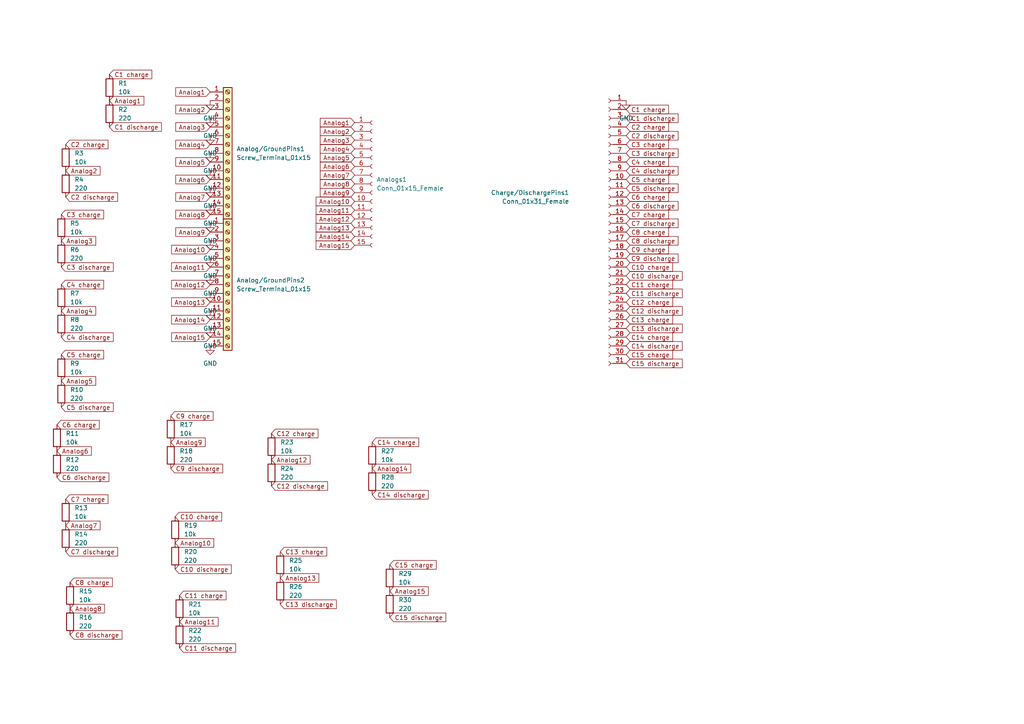
<source format=kicad_sch>
(kicad_sch (version 20211123) (generator eeschema)

  (uuid 52450f7a-da57-4bb4-9870-ff43a200397d)

  (paper "A4")

  (lib_symbols
    (symbol "Connector:Conn_01x15_Female" (pin_names (offset 1.016) hide) (in_bom yes) (on_board yes)
      (property "Reference" "J" (id 0) (at 0 20.32 0)
        (effects (font (size 1.27 1.27)))
      )
      (property "Value" "Conn_01x15_Female" (id 1) (at 0 -20.32 0)
        (effects (font (size 1.27 1.27)))
      )
      (property "Footprint" "" (id 2) (at 0 0 0)
        (effects (font (size 1.27 1.27)) hide)
      )
      (property "Datasheet" "~" (id 3) (at 0 0 0)
        (effects (font (size 1.27 1.27)) hide)
      )
      (property "ki_keywords" "connector" (id 4) (at 0 0 0)
        (effects (font (size 1.27 1.27)) hide)
      )
      (property "ki_description" "Generic connector, single row, 01x15, script generated (kicad-library-utils/schlib/autogen/connector/)" (id 5) (at 0 0 0)
        (effects (font (size 1.27 1.27)) hide)
      )
      (property "ki_fp_filters" "Connector*:*_1x??_*" (id 6) (at 0 0 0)
        (effects (font (size 1.27 1.27)) hide)
      )
      (symbol "Conn_01x15_Female_1_1"
        (arc (start 0 -17.272) (mid -0.508 -17.78) (end 0 -18.288)
          (stroke (width 0.1524) (type default) (color 0 0 0 0))
          (fill (type none))
        )
        (arc (start 0 -14.732) (mid -0.508 -15.24) (end 0 -15.748)
          (stroke (width 0.1524) (type default) (color 0 0 0 0))
          (fill (type none))
        )
        (arc (start 0 -12.192) (mid -0.508 -12.7) (end 0 -13.208)
          (stroke (width 0.1524) (type default) (color 0 0 0 0))
          (fill (type none))
        )
        (arc (start 0 -9.652) (mid -0.508 -10.16) (end 0 -10.668)
          (stroke (width 0.1524) (type default) (color 0 0 0 0))
          (fill (type none))
        )
        (arc (start 0 -7.112) (mid -0.508 -7.62) (end 0 -8.128)
          (stroke (width 0.1524) (type default) (color 0 0 0 0))
          (fill (type none))
        )
        (arc (start 0 -4.572) (mid -0.508 -5.08) (end 0 -5.588)
          (stroke (width 0.1524) (type default) (color 0 0 0 0))
          (fill (type none))
        )
        (arc (start 0 -2.032) (mid -0.508 -2.54) (end 0 -3.048)
          (stroke (width 0.1524) (type default) (color 0 0 0 0))
          (fill (type none))
        )
        (polyline
          (pts
            (xy -1.27 -17.78)
            (xy -0.508 -17.78)
          )
          (stroke (width 0.1524) (type default) (color 0 0 0 0))
          (fill (type none))
        )
        (polyline
          (pts
            (xy -1.27 -15.24)
            (xy -0.508 -15.24)
          )
          (stroke (width 0.1524) (type default) (color 0 0 0 0))
          (fill (type none))
        )
        (polyline
          (pts
            (xy -1.27 -12.7)
            (xy -0.508 -12.7)
          )
          (stroke (width 0.1524) (type default) (color 0 0 0 0))
          (fill (type none))
        )
        (polyline
          (pts
            (xy -1.27 -10.16)
            (xy -0.508 -10.16)
          )
          (stroke (width 0.1524) (type default) (color 0 0 0 0))
          (fill (type none))
        )
        (polyline
          (pts
            (xy -1.27 -7.62)
            (xy -0.508 -7.62)
          )
          (stroke (width 0.1524) (type default) (color 0 0 0 0))
          (fill (type none))
        )
        (polyline
          (pts
            (xy -1.27 -5.08)
            (xy -0.508 -5.08)
          )
          (stroke (width 0.1524) (type default) (color 0 0 0 0))
          (fill (type none))
        )
        (polyline
          (pts
            (xy -1.27 -2.54)
            (xy -0.508 -2.54)
          )
          (stroke (width 0.1524) (type default) (color 0 0 0 0))
          (fill (type none))
        )
        (polyline
          (pts
            (xy -1.27 0)
            (xy -0.508 0)
          )
          (stroke (width 0.1524) (type default) (color 0 0 0 0))
          (fill (type none))
        )
        (polyline
          (pts
            (xy -1.27 2.54)
            (xy -0.508 2.54)
          )
          (stroke (width 0.1524) (type default) (color 0 0 0 0))
          (fill (type none))
        )
        (polyline
          (pts
            (xy -1.27 5.08)
            (xy -0.508 5.08)
          )
          (stroke (width 0.1524) (type default) (color 0 0 0 0))
          (fill (type none))
        )
        (polyline
          (pts
            (xy -1.27 7.62)
            (xy -0.508 7.62)
          )
          (stroke (width 0.1524) (type default) (color 0 0 0 0))
          (fill (type none))
        )
        (polyline
          (pts
            (xy -1.27 10.16)
            (xy -0.508 10.16)
          )
          (stroke (width 0.1524) (type default) (color 0 0 0 0))
          (fill (type none))
        )
        (polyline
          (pts
            (xy -1.27 12.7)
            (xy -0.508 12.7)
          )
          (stroke (width 0.1524) (type default) (color 0 0 0 0))
          (fill (type none))
        )
        (polyline
          (pts
            (xy -1.27 15.24)
            (xy -0.508 15.24)
          )
          (stroke (width 0.1524) (type default) (color 0 0 0 0))
          (fill (type none))
        )
        (polyline
          (pts
            (xy -1.27 17.78)
            (xy -0.508 17.78)
          )
          (stroke (width 0.1524) (type default) (color 0 0 0 0))
          (fill (type none))
        )
        (arc (start 0 0.508) (mid -0.508 0) (end 0 -0.508)
          (stroke (width 0.1524) (type default) (color 0 0 0 0))
          (fill (type none))
        )
        (arc (start 0 3.048) (mid -0.508 2.54) (end 0 2.032)
          (stroke (width 0.1524) (type default) (color 0 0 0 0))
          (fill (type none))
        )
        (arc (start 0 5.588) (mid -0.508 5.08) (end 0 4.572)
          (stroke (width 0.1524) (type default) (color 0 0 0 0))
          (fill (type none))
        )
        (arc (start 0 8.128) (mid -0.508 7.62) (end 0 7.112)
          (stroke (width 0.1524) (type default) (color 0 0 0 0))
          (fill (type none))
        )
        (arc (start 0 10.668) (mid -0.508 10.16) (end 0 9.652)
          (stroke (width 0.1524) (type default) (color 0 0 0 0))
          (fill (type none))
        )
        (arc (start 0 13.208) (mid -0.508 12.7) (end 0 12.192)
          (stroke (width 0.1524) (type default) (color 0 0 0 0))
          (fill (type none))
        )
        (arc (start 0 15.748) (mid -0.508 15.24) (end 0 14.732)
          (stroke (width 0.1524) (type default) (color 0 0 0 0))
          (fill (type none))
        )
        (arc (start 0 18.288) (mid -0.508 17.78) (end 0 17.272)
          (stroke (width 0.1524) (type default) (color 0 0 0 0))
          (fill (type none))
        )
        (pin passive line (at -5.08 17.78 0) (length 3.81)
          (name "Pin_1" (effects (font (size 1.27 1.27))))
          (number "1" (effects (font (size 1.27 1.27))))
        )
        (pin passive line (at -5.08 -5.08 0) (length 3.81)
          (name "Pin_10" (effects (font (size 1.27 1.27))))
          (number "10" (effects (font (size 1.27 1.27))))
        )
        (pin passive line (at -5.08 -7.62 0) (length 3.81)
          (name "Pin_11" (effects (font (size 1.27 1.27))))
          (number "11" (effects (font (size 1.27 1.27))))
        )
        (pin passive line (at -5.08 -10.16 0) (length 3.81)
          (name "Pin_12" (effects (font (size 1.27 1.27))))
          (number "12" (effects (font (size 1.27 1.27))))
        )
        (pin passive line (at -5.08 -12.7 0) (length 3.81)
          (name "Pin_13" (effects (font (size 1.27 1.27))))
          (number "13" (effects (font (size 1.27 1.27))))
        )
        (pin passive line (at -5.08 -15.24 0) (length 3.81)
          (name "Pin_14" (effects (font (size 1.27 1.27))))
          (number "14" (effects (font (size 1.27 1.27))))
        )
        (pin passive line (at -5.08 -17.78 0) (length 3.81)
          (name "Pin_15" (effects (font (size 1.27 1.27))))
          (number "15" (effects (font (size 1.27 1.27))))
        )
        (pin passive line (at -5.08 15.24 0) (length 3.81)
          (name "Pin_2" (effects (font (size 1.27 1.27))))
          (number "2" (effects (font (size 1.27 1.27))))
        )
        (pin passive line (at -5.08 12.7 0) (length 3.81)
          (name "Pin_3" (effects (font (size 1.27 1.27))))
          (number "3" (effects (font (size 1.27 1.27))))
        )
        (pin passive line (at -5.08 10.16 0) (length 3.81)
          (name "Pin_4" (effects (font (size 1.27 1.27))))
          (number "4" (effects (font (size 1.27 1.27))))
        )
        (pin passive line (at -5.08 7.62 0) (length 3.81)
          (name "Pin_5" (effects (font (size 1.27 1.27))))
          (number "5" (effects (font (size 1.27 1.27))))
        )
        (pin passive line (at -5.08 5.08 0) (length 3.81)
          (name "Pin_6" (effects (font (size 1.27 1.27))))
          (number "6" (effects (font (size 1.27 1.27))))
        )
        (pin passive line (at -5.08 2.54 0) (length 3.81)
          (name "Pin_7" (effects (font (size 1.27 1.27))))
          (number "7" (effects (font (size 1.27 1.27))))
        )
        (pin passive line (at -5.08 0 0) (length 3.81)
          (name "Pin_8" (effects (font (size 1.27 1.27))))
          (number "8" (effects (font (size 1.27 1.27))))
        )
        (pin passive line (at -5.08 -2.54 0) (length 3.81)
          (name "Pin_9" (effects (font (size 1.27 1.27))))
          (number "9" (effects (font (size 1.27 1.27))))
        )
      )
    )
    (symbol "Connector:Conn_01x31_Female" (pin_names (offset 1.016) hide) (in_bom yes) (on_board yes)
      (property "Reference" "J" (id 0) (at 0 40.64 0)
        (effects (font (size 1.27 1.27)))
      )
      (property "Value" "Conn_01x31_Female" (id 1) (at 0 -40.64 0)
        (effects (font (size 1.27 1.27)))
      )
      (property "Footprint" "" (id 2) (at 0 0 0)
        (effects (font (size 1.27 1.27)) hide)
      )
      (property "Datasheet" "~" (id 3) (at 0 0 0)
        (effects (font (size 1.27 1.27)) hide)
      )
      (property "ki_keywords" "connector" (id 4) (at 0 0 0)
        (effects (font (size 1.27 1.27)) hide)
      )
      (property "ki_description" "Generic connector, single row, 01x31, script generated (kicad-library-utils/schlib/autogen/connector/)" (id 5) (at 0 0 0)
        (effects (font (size 1.27 1.27)) hide)
      )
      (property "ki_fp_filters" "Connector*:*_1x??_*" (id 6) (at 0 0 0)
        (effects (font (size 1.27 1.27)) hide)
      )
      (symbol "Conn_01x31_Female_1_1"
        (arc (start 0 -37.592) (mid -0.508 -38.1) (end 0 -38.608)
          (stroke (width 0.1524) (type default) (color 0 0 0 0))
          (fill (type none))
        )
        (arc (start 0 -35.052) (mid -0.508 -35.56) (end 0 -36.068)
          (stroke (width 0.1524) (type default) (color 0 0 0 0))
          (fill (type none))
        )
        (arc (start 0 -32.512) (mid -0.508 -33.02) (end 0 -33.528)
          (stroke (width 0.1524) (type default) (color 0 0 0 0))
          (fill (type none))
        )
        (arc (start 0 -29.972) (mid -0.508 -30.48) (end 0 -30.988)
          (stroke (width 0.1524) (type default) (color 0 0 0 0))
          (fill (type none))
        )
        (arc (start 0 -27.432) (mid -0.508 -27.94) (end 0 -28.448)
          (stroke (width 0.1524) (type default) (color 0 0 0 0))
          (fill (type none))
        )
        (arc (start 0 -24.892) (mid -0.508 -25.4) (end 0 -25.908)
          (stroke (width 0.1524) (type default) (color 0 0 0 0))
          (fill (type none))
        )
        (arc (start 0 -22.352) (mid -0.508 -22.86) (end 0 -23.368)
          (stroke (width 0.1524) (type default) (color 0 0 0 0))
          (fill (type none))
        )
        (arc (start 0 -19.812) (mid -0.508 -20.32) (end 0 -20.828)
          (stroke (width 0.1524) (type default) (color 0 0 0 0))
          (fill (type none))
        )
        (arc (start 0 -17.272) (mid -0.508 -17.78) (end 0 -18.288)
          (stroke (width 0.1524) (type default) (color 0 0 0 0))
          (fill (type none))
        )
        (arc (start 0 -14.732) (mid -0.508 -15.24) (end 0 -15.748)
          (stroke (width 0.1524) (type default) (color 0 0 0 0))
          (fill (type none))
        )
        (arc (start 0 -12.192) (mid -0.508 -12.7) (end 0 -13.208)
          (stroke (width 0.1524) (type default) (color 0 0 0 0))
          (fill (type none))
        )
        (arc (start 0 -9.652) (mid -0.508 -10.16) (end 0 -10.668)
          (stroke (width 0.1524) (type default) (color 0 0 0 0))
          (fill (type none))
        )
        (arc (start 0 -7.112) (mid -0.508 -7.62) (end 0 -8.128)
          (stroke (width 0.1524) (type default) (color 0 0 0 0))
          (fill (type none))
        )
        (arc (start 0 -4.572) (mid -0.508 -5.08) (end 0 -5.588)
          (stroke (width 0.1524) (type default) (color 0 0 0 0))
          (fill (type none))
        )
        (arc (start 0 -2.032) (mid -0.508 -2.54) (end 0 -3.048)
          (stroke (width 0.1524) (type default) (color 0 0 0 0))
          (fill (type none))
        )
        (polyline
          (pts
            (xy -1.27 -38.1)
            (xy -0.508 -38.1)
          )
          (stroke (width 0.1524) (type default) (color 0 0 0 0))
          (fill (type none))
        )
        (polyline
          (pts
            (xy -1.27 -35.56)
            (xy -0.508 -35.56)
          )
          (stroke (width 0.1524) (type default) (color 0 0 0 0))
          (fill (type none))
        )
        (polyline
          (pts
            (xy -1.27 -33.02)
            (xy -0.508 -33.02)
          )
          (stroke (width 0.1524) (type default) (color 0 0 0 0))
          (fill (type none))
        )
        (polyline
          (pts
            (xy -1.27 -30.48)
            (xy -0.508 -30.48)
          )
          (stroke (width 0.1524) (type default) (color 0 0 0 0))
          (fill (type none))
        )
        (polyline
          (pts
            (xy -1.27 -27.94)
            (xy -0.508 -27.94)
          )
          (stroke (width 0.1524) (type default) (color 0 0 0 0))
          (fill (type none))
        )
        (polyline
          (pts
            (xy -1.27 -25.4)
            (xy -0.508 -25.4)
          )
          (stroke (width 0.1524) (type default) (color 0 0 0 0))
          (fill (type none))
        )
        (polyline
          (pts
            (xy -1.27 -22.86)
            (xy -0.508 -22.86)
          )
          (stroke (width 0.1524) (type default) (color 0 0 0 0))
          (fill (type none))
        )
        (polyline
          (pts
            (xy -1.27 -20.32)
            (xy -0.508 -20.32)
          )
          (stroke (width 0.1524) (type default) (color 0 0 0 0))
          (fill (type none))
        )
        (polyline
          (pts
            (xy -1.27 -17.78)
            (xy -0.508 -17.78)
          )
          (stroke (width 0.1524) (type default) (color 0 0 0 0))
          (fill (type none))
        )
        (polyline
          (pts
            (xy -1.27 -15.24)
            (xy -0.508 -15.24)
          )
          (stroke (width 0.1524) (type default) (color 0 0 0 0))
          (fill (type none))
        )
        (polyline
          (pts
            (xy -1.27 -12.7)
            (xy -0.508 -12.7)
          )
          (stroke (width 0.1524) (type default) (color 0 0 0 0))
          (fill (type none))
        )
        (polyline
          (pts
            (xy -1.27 -10.16)
            (xy -0.508 -10.16)
          )
          (stroke (width 0.1524) (type default) (color 0 0 0 0))
          (fill (type none))
        )
        (polyline
          (pts
            (xy -1.27 -7.62)
            (xy -0.508 -7.62)
          )
          (stroke (width 0.1524) (type default) (color 0 0 0 0))
          (fill (type none))
        )
        (polyline
          (pts
            (xy -1.27 -5.08)
            (xy -0.508 -5.08)
          )
          (stroke (width 0.1524) (type default) (color 0 0 0 0))
          (fill (type none))
        )
        (polyline
          (pts
            (xy -1.27 -2.54)
            (xy -0.508 -2.54)
          )
          (stroke (width 0.1524) (type default) (color 0 0 0 0))
          (fill (type none))
        )
        (polyline
          (pts
            (xy -1.27 0)
            (xy -0.508 0)
          )
          (stroke (width 0.1524) (type default) (color 0 0 0 0))
          (fill (type none))
        )
        (polyline
          (pts
            (xy -1.27 2.54)
            (xy -0.508 2.54)
          )
          (stroke (width 0.1524) (type default) (color 0 0 0 0))
          (fill (type none))
        )
        (polyline
          (pts
            (xy -1.27 5.08)
            (xy -0.508 5.08)
          )
          (stroke (width 0.1524) (type default) (color 0 0 0 0))
          (fill (type none))
        )
        (polyline
          (pts
            (xy -1.27 7.62)
            (xy -0.508 7.62)
          )
          (stroke (width 0.1524) (type default) (color 0 0 0 0))
          (fill (type none))
        )
        (polyline
          (pts
            (xy -1.27 10.16)
            (xy -0.508 10.16)
          )
          (stroke (width 0.1524) (type default) (color 0 0 0 0))
          (fill (type none))
        )
        (polyline
          (pts
            (xy -1.27 12.7)
            (xy -0.508 12.7)
          )
          (stroke (width 0.1524) (type default) (color 0 0 0 0))
          (fill (type none))
        )
        (polyline
          (pts
            (xy -1.27 15.24)
            (xy -0.508 15.24)
          )
          (stroke (width 0.1524) (type default) (color 0 0 0 0))
          (fill (type none))
        )
        (polyline
          (pts
            (xy -1.27 17.78)
            (xy -0.508 17.78)
          )
          (stroke (width 0.1524) (type default) (color 0 0 0 0))
          (fill (type none))
        )
        (polyline
          (pts
            (xy -1.27 20.32)
            (xy -0.508 20.32)
          )
          (stroke (width 0.1524) (type default) (color 0 0 0 0))
          (fill (type none))
        )
        (polyline
          (pts
            (xy -1.27 22.86)
            (xy -0.508 22.86)
          )
          (stroke (width 0.1524) (type default) (color 0 0 0 0))
          (fill (type none))
        )
        (polyline
          (pts
            (xy -1.27 25.4)
            (xy -0.508 25.4)
          )
          (stroke (width 0.1524) (type default) (color 0 0 0 0))
          (fill (type none))
        )
        (polyline
          (pts
            (xy -1.27 27.94)
            (xy -0.508 27.94)
          )
          (stroke (width 0.1524) (type default) (color 0 0 0 0))
          (fill (type none))
        )
        (polyline
          (pts
            (xy -1.27 30.48)
            (xy -0.508 30.48)
          )
          (stroke (width 0.1524) (type default) (color 0 0 0 0))
          (fill (type none))
        )
        (polyline
          (pts
            (xy -1.27 33.02)
            (xy -0.508 33.02)
          )
          (stroke (width 0.1524) (type default) (color 0 0 0 0))
          (fill (type none))
        )
        (polyline
          (pts
            (xy -1.27 35.56)
            (xy -0.508 35.56)
          )
          (stroke (width 0.1524) (type default) (color 0 0 0 0))
          (fill (type none))
        )
        (polyline
          (pts
            (xy -1.27 38.1)
            (xy -0.508 38.1)
          )
          (stroke (width 0.1524) (type default) (color 0 0 0 0))
          (fill (type none))
        )
        (arc (start 0 0.508) (mid -0.508 0) (end 0 -0.508)
          (stroke (width 0.1524) (type default) (color 0 0 0 0))
          (fill (type none))
        )
        (arc (start 0 3.048) (mid -0.508 2.54) (end 0 2.032)
          (stroke (width 0.1524) (type default) (color 0 0 0 0))
          (fill (type none))
        )
        (arc (start 0 5.588) (mid -0.508 5.08) (end 0 4.572)
          (stroke (width 0.1524) (type default) (color 0 0 0 0))
          (fill (type none))
        )
        (arc (start 0 8.128) (mid -0.508 7.62) (end 0 7.112)
          (stroke (width 0.1524) (type default) (color 0 0 0 0))
          (fill (type none))
        )
        (arc (start 0 10.668) (mid -0.508 10.16) (end 0 9.652)
          (stroke (width 0.1524) (type default) (color 0 0 0 0))
          (fill (type none))
        )
        (arc (start 0 13.208) (mid -0.508 12.7) (end 0 12.192)
          (stroke (width 0.1524) (type default) (color 0 0 0 0))
          (fill (type none))
        )
        (arc (start 0 15.748) (mid -0.508 15.24) (end 0 14.732)
          (stroke (width 0.1524) (type default) (color 0 0 0 0))
          (fill (type none))
        )
        (arc (start 0 18.288) (mid -0.508 17.78) (end 0 17.272)
          (stroke (width 0.1524) (type default) (color 0 0 0 0))
          (fill (type none))
        )
        (arc (start 0 20.828) (mid -0.508 20.32) (end 0 19.812)
          (stroke (width 0.1524) (type default) (color 0 0 0 0))
          (fill (type none))
        )
        (arc (start 0 23.368) (mid -0.508 22.86) (end 0 22.352)
          (stroke (width 0.1524) (type default) (color 0 0 0 0))
          (fill (type none))
        )
        (arc (start 0 25.908) (mid -0.508 25.4) (end 0 24.892)
          (stroke (width 0.1524) (type default) (color 0 0 0 0))
          (fill (type none))
        )
        (arc (start 0 28.448) (mid -0.508 27.94) (end 0 27.432)
          (stroke (width 0.1524) (type default) (color 0 0 0 0))
          (fill (type none))
        )
        (arc (start 0 30.988) (mid -0.508 30.48) (end 0 29.972)
          (stroke (width 0.1524) (type default) (color 0 0 0 0))
          (fill (type none))
        )
        (arc (start 0 33.528) (mid -0.508 33.02) (end 0 32.512)
          (stroke (width 0.1524) (type default) (color 0 0 0 0))
          (fill (type none))
        )
        (arc (start 0 36.068) (mid -0.508 35.56) (end 0 35.052)
          (stroke (width 0.1524) (type default) (color 0 0 0 0))
          (fill (type none))
        )
        (arc (start 0 38.608) (mid -0.508 38.1) (end 0 37.592)
          (stroke (width 0.1524) (type default) (color 0 0 0 0))
          (fill (type none))
        )
        (pin passive line (at -5.08 38.1 0) (length 3.81)
          (name "Pin_1" (effects (font (size 1.27 1.27))))
          (number "1" (effects (font (size 1.27 1.27))))
        )
        (pin passive line (at -5.08 15.24 0) (length 3.81)
          (name "Pin_10" (effects (font (size 1.27 1.27))))
          (number "10" (effects (font (size 1.27 1.27))))
        )
        (pin passive line (at -5.08 12.7 0) (length 3.81)
          (name "Pin_11" (effects (font (size 1.27 1.27))))
          (number "11" (effects (font (size 1.27 1.27))))
        )
        (pin passive line (at -5.08 10.16 0) (length 3.81)
          (name "Pin_12" (effects (font (size 1.27 1.27))))
          (number "12" (effects (font (size 1.27 1.27))))
        )
        (pin passive line (at -5.08 7.62 0) (length 3.81)
          (name "Pin_13" (effects (font (size 1.27 1.27))))
          (number "13" (effects (font (size 1.27 1.27))))
        )
        (pin passive line (at -5.08 5.08 0) (length 3.81)
          (name "Pin_14" (effects (font (size 1.27 1.27))))
          (number "14" (effects (font (size 1.27 1.27))))
        )
        (pin passive line (at -5.08 2.54 0) (length 3.81)
          (name "Pin_15" (effects (font (size 1.27 1.27))))
          (number "15" (effects (font (size 1.27 1.27))))
        )
        (pin passive line (at -5.08 0 0) (length 3.81)
          (name "Pin_16" (effects (font (size 1.27 1.27))))
          (number "16" (effects (font (size 1.27 1.27))))
        )
        (pin passive line (at -5.08 -2.54 0) (length 3.81)
          (name "Pin_17" (effects (font (size 1.27 1.27))))
          (number "17" (effects (font (size 1.27 1.27))))
        )
        (pin passive line (at -5.08 -5.08 0) (length 3.81)
          (name "Pin_18" (effects (font (size 1.27 1.27))))
          (number "18" (effects (font (size 1.27 1.27))))
        )
        (pin passive line (at -5.08 -7.62 0) (length 3.81)
          (name "Pin_19" (effects (font (size 1.27 1.27))))
          (number "19" (effects (font (size 1.27 1.27))))
        )
        (pin passive line (at -5.08 35.56 0) (length 3.81)
          (name "Pin_2" (effects (font (size 1.27 1.27))))
          (number "2" (effects (font (size 1.27 1.27))))
        )
        (pin passive line (at -5.08 -10.16 0) (length 3.81)
          (name "Pin_20" (effects (font (size 1.27 1.27))))
          (number "20" (effects (font (size 1.27 1.27))))
        )
        (pin passive line (at -5.08 -12.7 0) (length 3.81)
          (name "Pin_21" (effects (font (size 1.27 1.27))))
          (number "21" (effects (font (size 1.27 1.27))))
        )
        (pin passive line (at -5.08 -15.24 0) (length 3.81)
          (name "Pin_22" (effects (font (size 1.27 1.27))))
          (number "22" (effects (font (size 1.27 1.27))))
        )
        (pin passive line (at -5.08 -17.78 0) (length 3.81)
          (name "Pin_23" (effects (font (size 1.27 1.27))))
          (number "23" (effects (font (size 1.27 1.27))))
        )
        (pin passive line (at -5.08 -20.32 0) (length 3.81)
          (name "Pin_24" (effects (font (size 1.27 1.27))))
          (number "24" (effects (font (size 1.27 1.27))))
        )
        (pin passive line (at -5.08 -22.86 0) (length 3.81)
          (name "Pin_25" (effects (font (size 1.27 1.27))))
          (number "25" (effects (font (size 1.27 1.27))))
        )
        (pin passive line (at -5.08 -25.4 0) (length 3.81)
          (name "Pin_26" (effects (font (size 1.27 1.27))))
          (number "26" (effects (font (size 1.27 1.27))))
        )
        (pin passive line (at -5.08 -27.94 0) (length 3.81)
          (name "Pin_27" (effects (font (size 1.27 1.27))))
          (number "27" (effects (font (size 1.27 1.27))))
        )
        (pin passive line (at -5.08 -30.48 0) (length 3.81)
          (name "Pin_28" (effects (font (size 1.27 1.27))))
          (number "28" (effects (font (size 1.27 1.27))))
        )
        (pin passive line (at -5.08 -33.02 0) (length 3.81)
          (name "Pin_29" (effects (font (size 1.27 1.27))))
          (number "29" (effects (font (size 1.27 1.27))))
        )
        (pin passive line (at -5.08 33.02 0) (length 3.81)
          (name "Pin_3" (effects (font (size 1.27 1.27))))
          (number "3" (effects (font (size 1.27 1.27))))
        )
        (pin passive line (at -5.08 -35.56 0) (length 3.81)
          (name "Pin_30" (effects (font (size 1.27 1.27))))
          (number "30" (effects (font (size 1.27 1.27))))
        )
        (pin passive line (at -5.08 -38.1 0) (length 3.81)
          (name "Pin_31" (effects (font (size 1.27 1.27))))
          (number "31" (effects (font (size 1.27 1.27))))
        )
        (pin passive line (at -5.08 30.48 0) (length 3.81)
          (name "Pin_4" (effects (font (size 1.27 1.27))))
          (number "4" (effects (font (size 1.27 1.27))))
        )
        (pin passive line (at -5.08 27.94 0) (length 3.81)
          (name "Pin_5" (effects (font (size 1.27 1.27))))
          (number "5" (effects (font (size 1.27 1.27))))
        )
        (pin passive line (at -5.08 25.4 0) (length 3.81)
          (name "Pin_6" (effects (font (size 1.27 1.27))))
          (number "6" (effects (font (size 1.27 1.27))))
        )
        (pin passive line (at -5.08 22.86 0) (length 3.81)
          (name "Pin_7" (effects (font (size 1.27 1.27))))
          (number "7" (effects (font (size 1.27 1.27))))
        )
        (pin passive line (at -5.08 20.32 0) (length 3.81)
          (name "Pin_8" (effects (font (size 1.27 1.27))))
          (number "8" (effects (font (size 1.27 1.27))))
        )
        (pin passive line (at -5.08 17.78 0) (length 3.81)
          (name "Pin_9" (effects (font (size 1.27 1.27))))
          (number "9" (effects (font (size 1.27 1.27))))
        )
      )
    )
    (symbol "Connector:Screw_Terminal_01x15" (pin_names (offset 1.016) hide) (in_bom yes) (on_board yes)
      (property "Reference" "J" (id 0) (at 0 20.32 0)
        (effects (font (size 1.27 1.27)))
      )
      (property "Value" "Screw_Terminal_01x15" (id 1) (at 0 -20.32 0)
        (effects (font (size 1.27 1.27)))
      )
      (property "Footprint" "" (id 2) (at 0 0 0)
        (effects (font (size 1.27 1.27)) hide)
      )
      (property "Datasheet" "~" (id 3) (at 0 0 0)
        (effects (font (size 1.27 1.27)) hide)
      )
      (property "ki_keywords" "screw terminal" (id 4) (at 0 0 0)
        (effects (font (size 1.27 1.27)) hide)
      )
      (property "ki_description" "Generic screw terminal, single row, 01x15, script generated (kicad-library-utils/schlib/autogen/connector/)" (id 5) (at 0 0 0)
        (effects (font (size 1.27 1.27)) hide)
      )
      (property "ki_fp_filters" "TerminalBlock*:*" (id 6) (at 0 0 0)
        (effects (font (size 1.27 1.27)) hide)
      )
      (symbol "Screw_Terminal_01x15_1_1"
        (rectangle (start -1.27 19.05) (end 1.27 -19.05)
          (stroke (width 0.254) (type default) (color 0 0 0 0))
          (fill (type background))
        )
        (circle (center 0 -17.78) (radius 0.635)
          (stroke (width 0.1524) (type default) (color 0 0 0 0))
          (fill (type none))
        )
        (circle (center 0 -15.24) (radius 0.635)
          (stroke (width 0.1524) (type default) (color 0 0 0 0))
          (fill (type none))
        )
        (circle (center 0 -12.7) (radius 0.635)
          (stroke (width 0.1524) (type default) (color 0 0 0 0))
          (fill (type none))
        )
        (circle (center 0 -10.16) (radius 0.635)
          (stroke (width 0.1524) (type default) (color 0 0 0 0))
          (fill (type none))
        )
        (circle (center 0 -7.62) (radius 0.635)
          (stroke (width 0.1524) (type default) (color 0 0 0 0))
          (fill (type none))
        )
        (circle (center 0 -5.08) (radius 0.635)
          (stroke (width 0.1524) (type default) (color 0 0 0 0))
          (fill (type none))
        )
        (circle (center 0 -2.54) (radius 0.635)
          (stroke (width 0.1524) (type default) (color 0 0 0 0))
          (fill (type none))
        )
        (polyline
          (pts
            (xy -0.5334 -17.4498)
            (xy 0.3302 -18.288)
          )
          (stroke (width 0.1524) (type default) (color 0 0 0 0))
          (fill (type none))
        )
        (polyline
          (pts
            (xy -0.5334 -14.9098)
            (xy 0.3302 -15.748)
          )
          (stroke (width 0.1524) (type default) (color 0 0 0 0))
          (fill (type none))
        )
        (polyline
          (pts
            (xy -0.5334 -12.3698)
            (xy 0.3302 -13.208)
          )
          (stroke (width 0.1524) (type default) (color 0 0 0 0))
          (fill (type none))
        )
        (polyline
          (pts
            (xy -0.5334 -9.8298)
            (xy 0.3302 -10.668)
          )
          (stroke (width 0.1524) (type default) (color 0 0 0 0))
          (fill (type none))
        )
        (polyline
          (pts
            (xy -0.5334 -7.2898)
            (xy 0.3302 -8.128)
          )
          (stroke (width 0.1524) (type default) (color 0 0 0 0))
          (fill (type none))
        )
        (polyline
          (pts
            (xy -0.5334 -4.7498)
            (xy 0.3302 -5.588)
          )
          (stroke (width 0.1524) (type default) (color 0 0 0 0))
          (fill (type none))
        )
        (polyline
          (pts
            (xy -0.5334 -2.2098)
            (xy 0.3302 -3.048)
          )
          (stroke (width 0.1524) (type default) (color 0 0 0 0))
          (fill (type none))
        )
        (polyline
          (pts
            (xy -0.5334 0.3302)
            (xy 0.3302 -0.508)
          )
          (stroke (width 0.1524) (type default) (color 0 0 0 0))
          (fill (type none))
        )
        (polyline
          (pts
            (xy -0.5334 2.8702)
            (xy 0.3302 2.032)
          )
          (stroke (width 0.1524) (type default) (color 0 0 0 0))
          (fill (type none))
        )
        (polyline
          (pts
            (xy -0.5334 5.4102)
            (xy 0.3302 4.572)
          )
          (stroke (width 0.1524) (type default) (color 0 0 0 0))
          (fill (type none))
        )
        (polyline
          (pts
            (xy -0.5334 7.9502)
            (xy 0.3302 7.112)
          )
          (stroke (width 0.1524) (type default) (color 0 0 0 0))
          (fill (type none))
        )
        (polyline
          (pts
            (xy -0.5334 10.4902)
            (xy 0.3302 9.652)
          )
          (stroke (width 0.1524) (type default) (color 0 0 0 0))
          (fill (type none))
        )
        (polyline
          (pts
            (xy -0.5334 13.0302)
            (xy 0.3302 12.192)
          )
          (stroke (width 0.1524) (type default) (color 0 0 0 0))
          (fill (type none))
        )
        (polyline
          (pts
            (xy -0.5334 15.5702)
            (xy 0.3302 14.732)
          )
          (stroke (width 0.1524) (type default) (color 0 0 0 0))
          (fill (type none))
        )
        (polyline
          (pts
            (xy -0.5334 18.1102)
            (xy 0.3302 17.272)
          )
          (stroke (width 0.1524) (type default) (color 0 0 0 0))
          (fill (type none))
        )
        (polyline
          (pts
            (xy -0.3556 -17.272)
            (xy 0.508 -18.1102)
          )
          (stroke (width 0.1524) (type default) (color 0 0 0 0))
          (fill (type none))
        )
        (polyline
          (pts
            (xy -0.3556 -14.732)
            (xy 0.508 -15.5702)
          )
          (stroke (width 0.1524) (type default) (color 0 0 0 0))
          (fill (type none))
        )
        (polyline
          (pts
            (xy -0.3556 -12.192)
            (xy 0.508 -13.0302)
          )
          (stroke (width 0.1524) (type default) (color 0 0 0 0))
          (fill (type none))
        )
        (polyline
          (pts
            (xy -0.3556 -9.652)
            (xy 0.508 -10.4902)
          )
          (stroke (width 0.1524) (type default) (color 0 0 0 0))
          (fill (type none))
        )
        (polyline
          (pts
            (xy -0.3556 -7.112)
            (xy 0.508 -7.9502)
          )
          (stroke (width 0.1524) (type default) (color 0 0 0 0))
          (fill (type none))
        )
        (polyline
          (pts
            (xy -0.3556 -4.572)
            (xy 0.508 -5.4102)
          )
          (stroke (width 0.1524) (type default) (color 0 0 0 0))
          (fill (type none))
        )
        (polyline
          (pts
            (xy -0.3556 -2.032)
            (xy 0.508 -2.8702)
          )
          (stroke (width 0.1524) (type default) (color 0 0 0 0))
          (fill (type none))
        )
        (polyline
          (pts
            (xy -0.3556 0.508)
            (xy 0.508 -0.3302)
          )
          (stroke (width 0.1524) (type default) (color 0 0 0 0))
          (fill (type none))
        )
        (polyline
          (pts
            (xy -0.3556 3.048)
            (xy 0.508 2.2098)
          )
          (stroke (width 0.1524) (type default) (color 0 0 0 0))
          (fill (type none))
        )
        (polyline
          (pts
            (xy -0.3556 5.588)
            (xy 0.508 4.7498)
          )
          (stroke (width 0.1524) (type default) (color 0 0 0 0))
          (fill (type none))
        )
        (polyline
          (pts
            (xy -0.3556 8.128)
            (xy 0.508 7.2898)
          )
          (stroke (width 0.1524) (type default) (color 0 0 0 0))
          (fill (type none))
        )
        (polyline
          (pts
            (xy -0.3556 10.668)
            (xy 0.508 9.8298)
          )
          (stroke (width 0.1524) (type default) (color 0 0 0 0))
          (fill (type none))
        )
        (polyline
          (pts
            (xy -0.3556 13.208)
            (xy 0.508 12.3698)
          )
          (stroke (width 0.1524) (type default) (color 0 0 0 0))
          (fill (type none))
        )
        (polyline
          (pts
            (xy -0.3556 15.748)
            (xy 0.508 14.9098)
          )
          (stroke (width 0.1524) (type default) (color 0 0 0 0))
          (fill (type none))
        )
        (polyline
          (pts
            (xy -0.3556 18.288)
            (xy 0.508 17.4498)
          )
          (stroke (width 0.1524) (type default) (color 0 0 0 0))
          (fill (type none))
        )
        (circle (center 0 0) (radius 0.635)
          (stroke (width 0.1524) (type default) (color 0 0 0 0))
          (fill (type none))
        )
        (circle (center 0 2.54) (radius 0.635)
          (stroke (width 0.1524) (type default) (color 0 0 0 0))
          (fill (type none))
        )
        (circle (center 0 5.08) (radius 0.635)
          (stroke (width 0.1524) (type default) (color 0 0 0 0))
          (fill (type none))
        )
        (circle (center 0 7.62) (radius 0.635)
          (stroke (width 0.1524) (type default) (color 0 0 0 0))
          (fill (type none))
        )
        (circle (center 0 10.16) (radius 0.635)
          (stroke (width 0.1524) (type default) (color 0 0 0 0))
          (fill (type none))
        )
        (circle (center 0 12.7) (radius 0.635)
          (stroke (width 0.1524) (type default) (color 0 0 0 0))
          (fill (type none))
        )
        (circle (center 0 15.24) (radius 0.635)
          (stroke (width 0.1524) (type default) (color 0 0 0 0))
          (fill (type none))
        )
        (circle (center 0 17.78) (radius 0.635)
          (stroke (width 0.1524) (type default) (color 0 0 0 0))
          (fill (type none))
        )
        (pin passive line (at -5.08 17.78 0) (length 3.81)
          (name "Pin_1" (effects (font (size 1.27 1.27))))
          (number "1" (effects (font (size 1.27 1.27))))
        )
        (pin passive line (at -5.08 -5.08 0) (length 3.81)
          (name "Pin_10" (effects (font (size 1.27 1.27))))
          (number "10" (effects (font (size 1.27 1.27))))
        )
        (pin passive line (at -5.08 -7.62 0) (length 3.81)
          (name "Pin_11" (effects (font (size 1.27 1.27))))
          (number "11" (effects (font (size 1.27 1.27))))
        )
        (pin passive line (at -5.08 -10.16 0) (length 3.81)
          (name "Pin_12" (effects (font (size 1.27 1.27))))
          (number "12" (effects (font (size 1.27 1.27))))
        )
        (pin passive line (at -5.08 -12.7 0) (length 3.81)
          (name "Pin_13" (effects (font (size 1.27 1.27))))
          (number "13" (effects (font (size 1.27 1.27))))
        )
        (pin passive line (at -5.08 -15.24 0) (length 3.81)
          (name "Pin_14" (effects (font (size 1.27 1.27))))
          (number "14" (effects (font (size 1.27 1.27))))
        )
        (pin passive line (at -5.08 -17.78 0) (length 3.81)
          (name "Pin_15" (effects (font (size 1.27 1.27))))
          (number "15" (effects (font (size 1.27 1.27))))
        )
        (pin passive line (at -5.08 15.24 0) (length 3.81)
          (name "Pin_2" (effects (font (size 1.27 1.27))))
          (number "2" (effects (font (size 1.27 1.27))))
        )
        (pin passive line (at -5.08 12.7 0) (length 3.81)
          (name "Pin_3" (effects (font (size 1.27 1.27))))
          (number "3" (effects (font (size 1.27 1.27))))
        )
        (pin passive line (at -5.08 10.16 0) (length 3.81)
          (name "Pin_4" (effects (font (size 1.27 1.27))))
          (number "4" (effects (font (size 1.27 1.27))))
        )
        (pin passive line (at -5.08 7.62 0) (length 3.81)
          (name "Pin_5" (effects (font (size 1.27 1.27))))
          (number "5" (effects (font (size 1.27 1.27))))
        )
        (pin passive line (at -5.08 5.08 0) (length 3.81)
          (name "Pin_6" (effects (font (size 1.27 1.27))))
          (number "6" (effects (font (size 1.27 1.27))))
        )
        (pin passive line (at -5.08 2.54 0) (length 3.81)
          (name "Pin_7" (effects (font (size 1.27 1.27))))
          (number "7" (effects (font (size 1.27 1.27))))
        )
        (pin passive line (at -5.08 0 0) (length 3.81)
          (name "Pin_8" (effects (font (size 1.27 1.27))))
          (number "8" (effects (font (size 1.27 1.27))))
        )
        (pin passive line (at -5.08 -2.54 0) (length 3.81)
          (name "Pin_9" (effects (font (size 1.27 1.27))))
          (number "9" (effects (font (size 1.27 1.27))))
        )
      )
    )
    (symbol "Device:R" (pin_numbers hide) (pin_names (offset 0)) (in_bom yes) (on_board yes)
      (property "Reference" "R" (id 0) (at 2.032 0 90)
        (effects (font (size 1.27 1.27)))
      )
      (property "Value" "R" (id 1) (at 0 0 90)
        (effects (font (size 1.27 1.27)))
      )
      (property "Footprint" "" (id 2) (at -1.778 0 90)
        (effects (font (size 1.27 1.27)) hide)
      )
      (property "Datasheet" "~" (id 3) (at 0 0 0)
        (effects (font (size 1.27 1.27)) hide)
      )
      (property "ki_keywords" "R res resistor" (id 4) (at 0 0 0)
        (effects (font (size 1.27 1.27)) hide)
      )
      (property "ki_description" "Resistor" (id 5) (at 0 0 0)
        (effects (font (size 1.27 1.27)) hide)
      )
      (property "ki_fp_filters" "R_*" (id 6) (at 0 0 0)
        (effects (font (size 1.27 1.27)) hide)
      )
      (symbol "R_0_1"
        (rectangle (start -1.016 -2.54) (end 1.016 2.54)
          (stroke (width 0.254) (type default) (color 0 0 0 0))
          (fill (type none))
        )
      )
      (symbol "R_1_1"
        (pin passive line (at 0 3.81 270) (length 1.27)
          (name "~" (effects (font (size 1.27 1.27))))
          (number "1" (effects (font (size 1.27 1.27))))
        )
        (pin passive line (at 0 -3.81 90) (length 1.27)
          (name "~" (effects (font (size 1.27 1.27))))
          (number "2" (effects (font (size 1.27 1.27))))
        )
      )
    )
    (symbol "power:GND" (power) (pin_names (offset 0)) (in_bom yes) (on_board yes)
      (property "Reference" "#PWR" (id 0) (at 0 -6.35 0)
        (effects (font (size 1.27 1.27)) hide)
      )
      (property "Value" "GND" (id 1) (at 0 -3.81 0)
        (effects (font (size 1.27 1.27)))
      )
      (property "Footprint" "" (id 2) (at 0 0 0)
        (effects (font (size 1.27 1.27)) hide)
      )
      (property "Datasheet" "" (id 3) (at 0 0 0)
        (effects (font (size 1.27 1.27)) hide)
      )
      (property "ki_keywords" "power-flag" (id 4) (at 0 0 0)
        (effects (font (size 1.27 1.27)) hide)
      )
      (property "ki_description" "Power symbol creates a global label with name \"GND\" , ground" (id 5) (at 0 0 0)
        (effects (font (size 1.27 1.27)) hide)
      )
      (symbol "GND_0_1"
        (polyline
          (pts
            (xy 0 0)
            (xy 0 -1.27)
            (xy 1.27 -1.27)
            (xy 0 -2.54)
            (xy -1.27 -1.27)
            (xy 0 -1.27)
          )
          (stroke (width 0) (type default) (color 0 0 0 0))
          (fill (type none))
        )
      )
      (symbol "GND_1_1"
        (pin power_in line (at 0 0 270) (length 0) hide
          (name "GND" (effects (font (size 1.27 1.27))))
          (number "1" (effects (font (size 1.27 1.27))))
        )
      )
    )
  )


  (global_label "C10 discharge" (shape input) (at 50.8 165.1 0) (fields_autoplaced)
    (effects (font (size 1.27 1.27)) (justify left))
    (uuid 0187d810-97a8-4472-ab89-0ec91f60c705)
    (property "Intersheet References" "${INTERSHEET_REFS}" (id 0) (at 67.0621 165.0206 0)
      (effects (font (size 1.27 1.27)) (justify left) hide)
    )
  )
  (global_label "C10 charge" (shape input) (at 181.61 77.47 0) (fields_autoplaced)
    (effects (font (size 1.27 1.27)) (justify left))
    (uuid 041df9d5-1107-4f89-81fe-09e31b511263)
    (property "Intersheet References" "${INTERSHEET_REFS}" (id 0) (at 195.0902 77.3906 0)
      (effects (font (size 1.27 1.27)) (justify left) hide)
    )
  )
  (global_label "Analog9" (shape input) (at 49.53 128.27 0) (fields_autoplaced)
    (effects (font (size 1.27 1.27)) (justify left))
    (uuid 07fa748f-18fb-406d-a913-c593ae924194)
    (property "Intersheet References" "${INTERSHEET_REFS}" (id 0) (at 59.5026 128.1906 0)
      (effects (font (size 1.27 1.27)) (justify left) hide)
    )
  )
  (global_label "C4 discharge" (shape input) (at 17.78 97.79 0) (fields_autoplaced)
    (effects (font (size 1.27 1.27)) (justify left))
    (uuid 0d44ec82-21ba-4c8a-96fe-d207e96a707a)
    (property "Intersheet References" "${INTERSHEET_REFS}" (id 0) (at 32.8326 97.7106 0)
      (effects (font (size 1.27 1.27)) (justify left) hide)
    )
  )
  (global_label "Analog3" (shape input) (at 102.87 40.64 180) (fields_autoplaced)
    (effects (font (size 1.27 1.27)) (justify right))
    (uuid 0dddbb46-ecca-476b-8811-c47520aaadcb)
    (property "Intersheet References" "${INTERSHEET_REFS}" (id 0) (at 92.8974 40.7194 0)
      (effects (font (size 1.27 1.27)) (justify right) hide)
    )
  )
  (global_label "Analog13" (shape input) (at 81.28 167.64 0) (fields_autoplaced)
    (effects (font (size 1.27 1.27)) (justify left))
    (uuid 111a622a-8e4e-454b-bda1-e426874e902c)
    (property "Intersheet References" "${INTERSHEET_REFS}" (id 0) (at 92.4621 167.5606 0)
      (effects (font (size 1.27 1.27)) (justify left) hide)
    )
  )
  (global_label "C6 discharge" (shape input) (at 16.51 138.43 0) (fields_autoplaced)
    (effects (font (size 1.27 1.27)) (justify left))
    (uuid 16b10262-041d-4ed2-9208-f8b23f8657f5)
    (property "Intersheet References" "${INTERSHEET_REFS}" (id 0) (at 31.5626 138.3506 0)
      (effects (font (size 1.27 1.27)) (justify left) hide)
    )
  )
  (global_label "Analog1" (shape input) (at 31.75 29.21 0) (fields_autoplaced)
    (effects (font (size 1.27 1.27)) (justify left))
    (uuid 1879a666-daf0-412c-8579-a2bdfb2fde40)
    (property "Intersheet References" "${INTERSHEET_REFS}" (id 0) (at 41.7226 29.1306 0)
      (effects (font (size 1.27 1.27)) (justify left) hide)
    )
  )
  (global_label "Analog9" (shape input) (at 60.96 67.31 180) (fields_autoplaced)
    (effects (font (size 1.27 1.27)) (justify right))
    (uuid 1d884849-1937-47e7-aaa4-6d2bbadffdd1)
    (property "Intersheet References" "${INTERSHEET_REFS}" (id 0) (at 50.9874 67.3894 0)
      (effects (font (size 1.27 1.27)) (justify right) hide)
    )
  )
  (global_label "C8 discharge" (shape input) (at 181.61 69.85 0) (fields_autoplaced)
    (effects (font (size 1.27 1.27)) (justify left))
    (uuid 1dbba42a-9383-45db-a953-8f56eaab0d5c)
    (property "Intersheet References" "${INTERSHEET_REFS}" (id 0) (at 196.6626 69.7706 0)
      (effects (font (size 1.27 1.27)) (justify left) hide)
    )
  )
  (global_label "C13 charge" (shape input) (at 81.28 160.02 0) (fields_autoplaced)
    (effects (font (size 1.27 1.27)) (justify left))
    (uuid 26b3651b-cb92-4efa-9234-b2ff8cb8927b)
    (property "Intersheet References" "${INTERSHEET_REFS}" (id 0) (at 94.7602 159.9406 0)
      (effects (font (size 1.27 1.27)) (justify left) hide)
    )
  )
  (global_label "C15 discharge" (shape input) (at 181.61 105.41 0) (fields_autoplaced)
    (effects (font (size 1.27 1.27)) (justify left))
    (uuid 2984889c-ff6f-4418-906c-fc17fe67a1b4)
    (property "Intersheet References" "${INTERSHEET_REFS}" (id 0) (at 197.8721 105.3306 0)
      (effects (font (size 1.27 1.27)) (justify left) hide)
    )
  )
  (global_label "C11 discharge" (shape input) (at 181.61 85.09 0) (fields_autoplaced)
    (effects (font (size 1.27 1.27)) (justify left))
    (uuid 2987be40-ab09-4496-bc8c-fe6e08935916)
    (property "Intersheet References" "${INTERSHEET_REFS}" (id 0) (at 197.8721 85.0106 0)
      (effects (font (size 1.27 1.27)) (justify left) hide)
    )
  )
  (global_label "Analog5" (shape input) (at 60.96 46.99 180) (fields_autoplaced)
    (effects (font (size 1.27 1.27)) (justify right))
    (uuid 2b4771a8-599b-427a-ba0f-a56da4bbb7c5)
    (property "Intersheet References" "${INTERSHEET_REFS}" (id 0) (at 50.9874 47.0694 0)
      (effects (font (size 1.27 1.27)) (justify right) hide)
    )
  )
  (global_label "C14 discharge" (shape input) (at 181.61 100.33 0) (fields_autoplaced)
    (effects (font (size 1.27 1.27)) (justify left))
    (uuid 2bc7e55b-057d-4b83-b221-fd8d172431e7)
    (property "Intersheet References" "${INTERSHEET_REFS}" (id 0) (at 197.8721 100.2506 0)
      (effects (font (size 1.27 1.27)) (justify left) hide)
    )
  )
  (global_label "C8 charge" (shape input) (at 181.61 67.31 0) (fields_autoplaced)
    (effects (font (size 1.27 1.27)) (justify left))
    (uuid 2bd7d6c7-7882-4c74-a390-4462beeb08c6)
    (property "Intersheet References" "${INTERSHEET_REFS}" (id 0) (at 193.8807 67.2306 0)
      (effects (font (size 1.27 1.27)) (justify left) hide)
    )
  )
  (global_label "Analog7" (shape input) (at 102.87 50.8 180) (fields_autoplaced)
    (effects (font (size 1.27 1.27)) (justify right))
    (uuid 34777e11-4eee-4a34-a4c9-02e8de70b3c1)
    (property "Intersheet References" "${INTERSHEET_REFS}" (id 0) (at 92.8974 50.8794 0)
      (effects (font (size 1.27 1.27)) (justify right) hide)
    )
  )
  (global_label "C5 charge" (shape input) (at 17.78 102.87 0) (fields_autoplaced)
    (effects (font (size 1.27 1.27)) (justify left))
    (uuid 34dbc787-c934-4159-8aac-f4769e7cf198)
    (property "Intersheet References" "${INTERSHEET_REFS}" (id 0) (at 30.0507 102.7906 0)
      (effects (font (size 1.27 1.27)) (justify left) hide)
    )
  )
  (global_label "C13 charge" (shape input) (at 181.61 92.71 0) (fields_autoplaced)
    (effects (font (size 1.27 1.27)) (justify left))
    (uuid 3a80e9cb-688d-4576-9daf-8edd34145802)
    (property "Intersheet References" "${INTERSHEET_REFS}" (id 0) (at 195.0902 92.6306 0)
      (effects (font (size 1.27 1.27)) (justify left) hide)
    )
  )
  (global_label "C4 charge" (shape input) (at 17.78 82.55 0) (fields_autoplaced)
    (effects (font (size 1.27 1.27)) (justify left))
    (uuid 3b23a62c-d0e9-4e5e-bcdc-51e158888b99)
    (property "Intersheet References" "${INTERSHEET_REFS}" (id 0) (at 30.0507 82.4706 0)
      (effects (font (size 1.27 1.27)) (justify left) hide)
    )
  )
  (global_label "C14 discharge" (shape input) (at 107.95 143.51 0) (fields_autoplaced)
    (effects (font (size 1.27 1.27)) (justify left))
    (uuid 3df37d1d-6f9b-4bdc-a710-21fbac6ba667)
    (property "Intersheet References" "${INTERSHEET_REFS}" (id 0) (at 124.2121 143.4306 0)
      (effects (font (size 1.27 1.27)) (justify left) hide)
    )
  )
  (global_label "Analog12" (shape input) (at 102.87 63.5 180) (fields_autoplaced)
    (effects (font (size 1.27 1.27)) (justify right))
    (uuid 3f754594-8fb0-4c58-b49a-4ccf4b6312b2)
    (property "Intersheet References" "${INTERSHEET_REFS}" (id 0) (at 91.6879 63.5794 0)
      (effects (font (size 1.27 1.27)) (justify right) hide)
    )
  )
  (global_label "C11 charge" (shape input) (at 181.61 82.55 0) (fields_autoplaced)
    (effects (font (size 1.27 1.27)) (justify left))
    (uuid 409e12e5-dd13-4115-b90b-923f5752ee4d)
    (property "Intersheet References" "${INTERSHEET_REFS}" (id 0) (at 195.0902 82.4706 0)
      (effects (font (size 1.27 1.27)) (justify left) hide)
    )
  )
  (global_label "Analog11" (shape input) (at 102.87 60.96 180) (fields_autoplaced)
    (effects (font (size 1.27 1.27)) (justify right))
    (uuid 413c1383-c6f5-4ad0-9df7-b68059e6c41b)
    (property "Intersheet References" "${INTERSHEET_REFS}" (id 0) (at 91.6879 61.0394 0)
      (effects (font (size 1.27 1.27)) (justify right) hide)
    )
  )
  (global_label "C9 charge" (shape input) (at 181.61 72.39 0) (fields_autoplaced)
    (effects (font (size 1.27 1.27)) (justify left))
    (uuid 4494298e-ce88-4fd0-8955-4d10af172ed1)
    (property "Intersheet References" "${INTERSHEET_REFS}" (id 0) (at 193.8807 72.3106 0)
      (effects (font (size 1.27 1.27)) (justify left) hide)
    )
  )
  (global_label "C9 discharge" (shape input) (at 181.61 74.93 0) (fields_autoplaced)
    (effects (font (size 1.27 1.27)) (justify left))
    (uuid 4e06178e-ef54-46c8-90b1-3ba81f60e7ab)
    (property "Intersheet References" "${INTERSHEET_REFS}" (id 0) (at 196.6626 74.8506 0)
      (effects (font (size 1.27 1.27)) (justify left) hide)
    )
  )
  (global_label "C1 discharge" (shape input) (at 31.75 36.83 0) (fields_autoplaced)
    (effects (font (size 1.27 1.27)) (justify left))
    (uuid 545b07c2-b618-4775-bbdf-2eeb5ab211ff)
    (property "Intersheet References" "${INTERSHEET_REFS}" (id 0) (at 46.8026 36.7506 0)
      (effects (font (size 1.27 1.27)) (justify left) hide)
    )
  )
  (global_label "C5 charge" (shape input) (at 181.61 52.07 0) (fields_autoplaced)
    (effects (font (size 1.27 1.27)) (justify left))
    (uuid 5493e033-f502-4f0b-b637-4cef4c275cc9)
    (property "Intersheet References" "${INTERSHEET_REFS}" (id 0) (at 193.8807 51.9906 0)
      (effects (font (size 1.27 1.27)) (justify left) hide)
    )
  )
  (global_label "Analog13" (shape input) (at 60.96 87.63 180) (fields_autoplaced)
    (effects (font (size 1.27 1.27)) (justify right))
    (uuid 54c2b651-7191-4720-aa39-2911129858a3)
    (property "Intersheet References" "${INTERSHEET_REFS}" (id 0) (at 49.7779 87.7094 0)
      (effects (font (size 1.27 1.27)) (justify right) hide)
    )
  )
  (global_label "Analog14" (shape input) (at 107.95 135.89 0) (fields_autoplaced)
    (effects (font (size 1.27 1.27)) (justify left))
    (uuid 580ff759-8b08-4e31-afff-98b33d3d3ee1)
    (property "Intersheet References" "${INTERSHEET_REFS}" (id 0) (at 119.1321 135.8106 0)
      (effects (font (size 1.27 1.27)) (justify left) hide)
    )
  )
  (global_label "C7 charge" (shape input) (at 181.61 62.23 0) (fields_autoplaced)
    (effects (font (size 1.27 1.27)) (justify left))
    (uuid 59138e78-4a66-4a2e-9c9c-0984c2b6ebe7)
    (property "Intersheet References" "${INTERSHEET_REFS}" (id 0) (at 193.8807 62.1506 0)
      (effects (font (size 1.27 1.27)) (justify left) hide)
    )
  )
  (global_label "Analog15" (shape input) (at 102.87 71.12 180) (fields_autoplaced)
    (effects (font (size 1.27 1.27)) (justify right))
    (uuid 5b82dd99-cb0c-4ec0-8611-756a58eb054e)
    (property "Intersheet References" "${INTERSHEET_REFS}" (id 0) (at 91.6879 71.1994 0)
      (effects (font (size 1.27 1.27)) (justify right) hide)
    )
  )
  (global_label "C3 charge" (shape input) (at 181.61 41.91 0) (fields_autoplaced)
    (effects (font (size 1.27 1.27)) (justify left))
    (uuid 5eb5ad31-1454-4a4a-8be7-05810c114b9b)
    (property "Intersheet References" "${INTERSHEET_REFS}" (id 0) (at 193.8807 41.8306 0)
      (effects (font (size 1.27 1.27)) (justify left) hide)
    )
  )
  (global_label "C7 charge" (shape input) (at 19.05 144.78 0) (fields_autoplaced)
    (effects (font (size 1.27 1.27)) (justify left))
    (uuid 642c506e-8f66-466c-80a4-0ec93b02d861)
    (property "Intersheet References" "${INTERSHEET_REFS}" (id 0) (at 31.3207 144.7006 0)
      (effects (font (size 1.27 1.27)) (justify left) hide)
    )
  )
  (global_label "C8 discharge" (shape input) (at 20.32 184.15 0) (fields_autoplaced)
    (effects (font (size 1.27 1.27)) (justify left))
    (uuid 6709e915-d2fa-43ad-9215-bf7c6d82b76a)
    (property "Intersheet References" "${INTERSHEET_REFS}" (id 0) (at 35.3726 184.0706 0)
      (effects (font (size 1.27 1.27)) (justify left) hide)
    )
  )
  (global_label "Analog5" (shape input) (at 102.87 45.72 180) (fields_autoplaced)
    (effects (font (size 1.27 1.27)) (justify right))
    (uuid 678d4def-578b-4173-9e29-2f6e1365cc97)
    (property "Intersheet References" "${INTERSHEET_REFS}" (id 0) (at 92.8974 45.7994 0)
      (effects (font (size 1.27 1.27)) (justify right) hide)
    )
  )
  (global_label "C3 charge" (shape input) (at 17.78 62.23 0) (fields_autoplaced)
    (effects (font (size 1.27 1.27)) (justify left))
    (uuid 6890ad81-22ee-4d25-934a-027d436124ee)
    (property "Intersheet References" "${INTERSHEET_REFS}" (id 0) (at 30.0507 62.1506 0)
      (effects (font (size 1.27 1.27)) (justify left) hide)
    )
  )
  (global_label "Analog1" (shape input) (at 102.87 35.56 180) (fields_autoplaced)
    (effects (font (size 1.27 1.27)) (justify right))
    (uuid 6f963e17-8c6b-4f08-91e4-669ac1d04994)
    (property "Intersheet References" "${INTERSHEET_REFS}" (id 0) (at 92.8974 35.6394 0)
      (effects (font (size 1.27 1.27)) (justify right) hide)
    )
  )
  (global_label "Analog6" (shape input) (at 102.87 48.26 180) (fields_autoplaced)
    (effects (font (size 1.27 1.27)) (justify right))
    (uuid 71ee8346-2557-4a32-8af8-fa50a4eb8c84)
    (property "Intersheet References" "${INTERSHEET_REFS}" (id 0) (at 92.8974 48.3394 0)
      (effects (font (size 1.27 1.27)) (justify right) hide)
    )
  )
  (global_label "C2 discharge" (shape input) (at 181.61 39.37 0) (fields_autoplaced)
    (effects (font (size 1.27 1.27)) (justify left))
    (uuid 758d7e66-40d3-41fc-a10b-c3e79bdfb9e6)
    (property "Intersheet References" "${INTERSHEET_REFS}" (id 0) (at 196.6626 39.2906 0)
      (effects (font (size 1.27 1.27)) (justify left) hide)
    )
  )
  (global_label "Analog3" (shape input) (at 17.78 69.85 0) (fields_autoplaced)
    (effects (font (size 1.27 1.27)) (justify left))
    (uuid 78dd2724-70e6-4597-bda6-79bb39f56c12)
    (property "Intersheet References" "${INTERSHEET_REFS}" (id 0) (at 27.7526 69.7706 0)
      (effects (font (size 1.27 1.27)) (justify left) hide)
    )
  )
  (global_label "C14 charge" (shape input) (at 181.61 97.79 0) (fields_autoplaced)
    (effects (font (size 1.27 1.27)) (justify left))
    (uuid 7ab5c9a7-6404-4337-939c-bbddf3d44de2)
    (property "Intersheet References" "${INTERSHEET_REFS}" (id 0) (at 195.0902 97.7106 0)
      (effects (font (size 1.27 1.27)) (justify left) hide)
    )
  )
  (global_label "Analog12" (shape input) (at 78.74 133.35 0) (fields_autoplaced)
    (effects (font (size 1.27 1.27)) (justify left))
    (uuid 7c750554-769f-439a-bad9-3d389c34234a)
    (property "Intersheet References" "${INTERSHEET_REFS}" (id 0) (at 89.9221 133.2706 0)
      (effects (font (size 1.27 1.27)) (justify left) hide)
    )
  )
  (global_label "Analog12" (shape input) (at 60.96 82.55 180) (fields_autoplaced)
    (effects (font (size 1.27 1.27)) (justify right))
    (uuid 7e8c9b82-b73b-4cd0-824c-b12509f5312a)
    (property "Intersheet References" "${INTERSHEET_REFS}" (id 0) (at 49.7779 82.6294 0)
      (effects (font (size 1.27 1.27)) (justify right) hide)
    )
  )
  (global_label "Analog2" (shape input) (at 60.96 31.75 180) (fields_autoplaced)
    (effects (font (size 1.27 1.27)) (justify right))
    (uuid 828d1d01-d304-4d19-9246-29ea13681486)
    (property "Intersheet References" "${INTERSHEET_REFS}" (id 0) (at 50.9874 31.8294 0)
      (effects (font (size 1.27 1.27)) (justify right) hide)
    )
  )
  (global_label "C10 charge" (shape input) (at 50.8 149.86 0) (fields_autoplaced)
    (effects (font (size 1.27 1.27)) (justify left))
    (uuid 857bbb7e-c62d-4ca1-9585-c0201c2b6708)
    (property "Intersheet References" "${INTERSHEET_REFS}" (id 0) (at 64.2802 149.7806 0)
      (effects (font (size 1.27 1.27)) (justify left) hide)
    )
  )
  (global_label "C15 charge" (shape input) (at 113.03 163.83 0) (fields_autoplaced)
    (effects (font (size 1.27 1.27)) (justify left))
    (uuid 8a829d9b-5c45-49eb-adef-f679eeca83c8)
    (property "Intersheet References" "${INTERSHEET_REFS}" (id 0) (at 126.5102 163.7506 0)
      (effects (font (size 1.27 1.27)) (justify left) hide)
    )
  )
  (global_label "C3 discharge" (shape input) (at 17.78 77.47 0) (fields_autoplaced)
    (effects (font (size 1.27 1.27)) (justify left))
    (uuid 8aab91a3-3f21-45a9-b164-a13209cdf522)
    (property "Intersheet References" "${INTERSHEET_REFS}" (id 0) (at 32.8326 77.3906 0)
      (effects (font (size 1.27 1.27)) (justify left) hide)
    )
  )
  (global_label "C15 discharge" (shape input) (at 113.03 179.07 0) (fields_autoplaced)
    (effects (font (size 1.27 1.27)) (justify left))
    (uuid 8bbb5d5f-a693-4db4-be0b-ca895d234bdc)
    (property "Intersheet References" "${INTERSHEET_REFS}" (id 0) (at 129.2921 178.9906 0)
      (effects (font (size 1.27 1.27)) (justify left) hide)
    )
  )
  (global_label "C13 discharge" (shape input) (at 81.28 175.26 0) (fields_autoplaced)
    (effects (font (size 1.27 1.27)) (justify left))
    (uuid 8ca3290d-7f20-482e-b440-4ef239cf67c4)
    (property "Intersheet References" "${INTERSHEET_REFS}" (id 0) (at 97.5421 175.1806 0)
      (effects (font (size 1.27 1.27)) (justify left) hide)
    )
  )
  (global_label "Analog14" (shape input) (at 60.96 92.71 180) (fields_autoplaced)
    (effects (font (size 1.27 1.27)) (justify right))
    (uuid 8e72055b-7c17-48f5-9e2f-015923a4cca4)
    (property "Intersheet References" "${INTERSHEET_REFS}" (id 0) (at 49.7779 92.7894 0)
      (effects (font (size 1.27 1.27)) (justify right) hide)
    )
  )
  (global_label "C1 discharge" (shape input) (at 181.61 34.29 0) (fields_autoplaced)
    (effects (font (size 1.27 1.27)) (justify left))
    (uuid 8e9a2906-a58a-4de9-88bf-729b476b8110)
    (property "Intersheet References" "${INTERSHEET_REFS}" (id 0) (at 196.6626 34.2106 0)
      (effects (font (size 1.27 1.27)) (justify left) hide)
    )
  )
  (global_label "Analog7" (shape input) (at 19.05 152.4 0) (fields_autoplaced)
    (effects (font (size 1.27 1.27)) (justify left))
    (uuid 8f19e6cd-6900-48be-835e-fa16aaee69a1)
    (property "Intersheet References" "${INTERSHEET_REFS}" (id 0) (at 29.0226 152.3206 0)
      (effects (font (size 1.27 1.27)) (justify left) hide)
    )
  )
  (global_label "C4 discharge" (shape input) (at 181.61 49.53 0) (fields_autoplaced)
    (effects (font (size 1.27 1.27)) (justify left))
    (uuid 90fa9dfb-0ff7-4431-bfb8-d18be4d51b56)
    (property "Intersheet References" "${INTERSHEET_REFS}" (id 0) (at 196.6626 49.4506 0)
      (effects (font (size 1.27 1.27)) (justify left) hide)
    )
  )
  (global_label "Analog1" (shape input) (at 60.96 26.67 180) (fields_autoplaced)
    (effects (font (size 1.27 1.27)) (justify right))
    (uuid 9109f215-a174-454a-9f11-004d9c3d3a2b)
    (property "Intersheet References" "${INTERSHEET_REFS}" (id 0) (at 50.9874 26.7494 0)
      (effects (font (size 1.27 1.27)) (justify right) hide)
    )
  )
  (global_label "Analog2" (shape input) (at 102.87 38.1 180) (fields_autoplaced)
    (effects (font (size 1.27 1.27)) (justify right))
    (uuid 91c2b40a-6abd-4367-8fee-82ef6a16d7fa)
    (property "Intersheet References" "${INTERSHEET_REFS}" (id 0) (at 92.8974 38.1794 0)
      (effects (font (size 1.27 1.27)) (justify right) hide)
    )
  )
  (global_label "Analog6" (shape input) (at 60.96 52.07 180) (fields_autoplaced)
    (effects (font (size 1.27 1.27)) (justify right))
    (uuid 92834945-1160-4cdb-86b9-7a95aba3a8c9)
    (property "Intersheet References" "${INTERSHEET_REFS}" (id 0) (at 50.9874 52.1494 0)
      (effects (font (size 1.27 1.27)) (justify right) hide)
    )
  )
  (global_label "C2 discharge" (shape input) (at 19.05 57.15 0) (fields_autoplaced)
    (effects (font (size 1.27 1.27)) (justify left))
    (uuid 92b352f8-8246-42ae-a383-6f5b8eec731a)
    (property "Intersheet References" "${INTERSHEET_REFS}" (id 0) (at 34.1026 57.0706 0)
      (effects (font (size 1.27 1.27)) (justify left) hide)
    )
  )
  (global_label "Analog4" (shape input) (at 60.96 41.91 180) (fields_autoplaced)
    (effects (font (size 1.27 1.27)) (justify right))
    (uuid 94656b09-bc1b-41b3-872e-866c00cc4a7d)
    (property "Intersheet References" "${INTERSHEET_REFS}" (id 0) (at 50.9874 41.9894 0)
      (effects (font (size 1.27 1.27)) (justify right) hide)
    )
  )
  (global_label "Analog2" (shape input) (at 19.05 49.53 0) (fields_autoplaced)
    (effects (font (size 1.27 1.27)) (justify left))
    (uuid 968b46b5-b627-4b02-b574-f14c2e04edad)
    (property "Intersheet References" "${INTERSHEET_REFS}" (id 0) (at 29.0226 49.4506 0)
      (effects (font (size 1.27 1.27)) (justify left) hide)
    )
  )
  (global_label "C12 discharge" (shape input) (at 78.74 140.97 0) (fields_autoplaced)
    (effects (font (size 1.27 1.27)) (justify left))
    (uuid 9738b968-4f1c-4bc7-800c-bd4a58462979)
    (property "Intersheet References" "${INTERSHEET_REFS}" (id 0) (at 95.0021 140.8906 0)
      (effects (font (size 1.27 1.27)) (justify left) hide)
    )
  )
  (global_label "C11 discharge" (shape input) (at 52.07 187.96 0) (fields_autoplaced)
    (effects (font (size 1.27 1.27)) (justify left))
    (uuid 974740d1-9bb2-483f-97c8-833def2af029)
    (property "Intersheet References" "${INTERSHEET_REFS}" (id 0) (at 68.3321 187.8806 0)
      (effects (font (size 1.27 1.27)) (justify left) hide)
    )
  )
  (global_label "C6 charge" (shape input) (at 181.61 57.15 0) (fields_autoplaced)
    (effects (font (size 1.27 1.27)) (justify left))
    (uuid 97c0df5b-7402-4c45-9797-294045fcb1ff)
    (property "Intersheet References" "${INTERSHEET_REFS}" (id 0) (at 193.8807 57.0706 0)
      (effects (font (size 1.27 1.27)) (justify left) hide)
    )
  )
  (global_label "Analog5" (shape input) (at 17.78 110.49 0) (fields_autoplaced)
    (effects (font (size 1.27 1.27)) (justify left))
    (uuid 97c215e5-f24b-4290-a72a-157cff8eaa94)
    (property "Intersheet References" "${INTERSHEET_REFS}" (id 0) (at 27.7526 110.4106 0)
      (effects (font (size 1.27 1.27)) (justify left) hide)
    )
  )
  (global_label "C6 discharge" (shape input) (at 181.61 59.69 0) (fields_autoplaced)
    (effects (font (size 1.27 1.27)) (justify left))
    (uuid 9eca7421-334b-4cf5-b3fe-55f5991c5620)
    (property "Intersheet References" "${INTERSHEET_REFS}" (id 0) (at 196.6626 59.6106 0)
      (effects (font (size 1.27 1.27)) (justify left) hide)
    )
  )
  (global_label "C14 charge" (shape input) (at 107.95 128.27 0) (fields_autoplaced)
    (effects (font (size 1.27 1.27)) (justify left))
    (uuid 9f332594-7090-4db8-a216-178b0a9a3e90)
    (property "Intersheet References" "${INTERSHEET_REFS}" (id 0) (at 121.4302 128.1906 0)
      (effects (font (size 1.27 1.27)) (justify left) hide)
    )
  )
  (global_label "C5 discharge" (shape input) (at 181.61 54.61 0) (fields_autoplaced)
    (effects (font (size 1.27 1.27)) (justify left))
    (uuid a0d099dc-a01f-4b75-8e30-90869b0bf65b)
    (property "Intersheet References" "${INTERSHEET_REFS}" (id 0) (at 196.6626 54.5306 0)
      (effects (font (size 1.27 1.27)) (justify left) hide)
    )
  )
  (global_label "Analog14" (shape input) (at 102.87 68.58 180) (fields_autoplaced)
    (effects (font (size 1.27 1.27)) (justify right))
    (uuid a3e64c0e-cbbd-4f7f-beea-15d1b78472ea)
    (property "Intersheet References" "${INTERSHEET_REFS}" (id 0) (at 91.6879 68.6594 0)
      (effects (font (size 1.27 1.27)) (justify right) hide)
    )
  )
  (global_label "C2 charge" (shape input) (at 19.05 41.91 0) (fields_autoplaced)
    (effects (font (size 1.27 1.27)) (justify left))
    (uuid a4f73820-325c-4a1a-a953-3ecae4d416c1)
    (property "Intersheet References" "${INTERSHEET_REFS}" (id 0) (at 31.3207 41.8306 0)
      (effects (font (size 1.27 1.27)) (justify left) hide)
    )
  )
  (global_label "Analog8" (shape input) (at 102.87 53.34 180) (fields_autoplaced)
    (effects (font (size 1.27 1.27)) (justify right))
    (uuid a84e4aaf-1e77-484d-afa0-88ba5a7cca71)
    (property "Intersheet References" "${INTERSHEET_REFS}" (id 0) (at 92.8974 53.4194 0)
      (effects (font (size 1.27 1.27)) (justify right) hide)
    )
  )
  (global_label "C10 discharge" (shape input) (at 181.61 80.01 0) (fields_autoplaced)
    (effects (font (size 1.27 1.27)) (justify left))
    (uuid aa04ad80-e9fc-4a65-8963-8852115f536d)
    (property "Intersheet References" "${INTERSHEET_REFS}" (id 0) (at 197.8721 79.9306 0)
      (effects (font (size 1.27 1.27)) (justify left) hide)
    )
  )
  (global_label "C3 discharge" (shape input) (at 181.61 44.45 0) (fields_autoplaced)
    (effects (font (size 1.27 1.27)) (justify left))
    (uuid aaae3097-3a65-40cb-a6fa-e656692d31ba)
    (property "Intersheet References" "${INTERSHEET_REFS}" (id 0) (at 196.6626 44.3706 0)
      (effects (font (size 1.27 1.27)) (justify left) hide)
    )
  )
  (global_label "Analog8" (shape input) (at 60.96 62.23 180) (fields_autoplaced)
    (effects (font (size 1.27 1.27)) (justify right))
    (uuid aad8fd9f-7d95-406d-b2b9-c7e5d134738e)
    (property "Intersheet References" "${INTERSHEET_REFS}" (id 0) (at 50.9874 62.3094 0)
      (effects (font (size 1.27 1.27)) (justify right) hide)
    )
  )
  (global_label "C1 charge" (shape input) (at 181.61 31.75 0) (fields_autoplaced)
    (effects (font (size 1.27 1.27)) (justify left))
    (uuid ab73975d-dd02-4114-9906-9b23397faee5)
    (property "Intersheet References" "${INTERSHEET_REFS}" (id 0) (at 193.8807 31.8294 0)
      (effects (font (size 1.27 1.27)) (justify left) hide)
    )
  )
  (global_label "C1 charge" (shape input) (at 31.75 21.59 0) (fields_autoplaced)
    (effects (font (size 1.27 1.27)) (justify left))
    (uuid b4b684ca-2758-4b98-8455-36aff5541fa8)
    (property "Intersheet References" "${INTERSHEET_REFS}" (id 0) (at 44.0207 21.5106 0)
      (effects (font (size 1.27 1.27)) (justify left) hide)
    )
  )
  (global_label "Analog10" (shape input) (at 50.8 157.48 0) (fields_autoplaced)
    (effects (font (size 1.27 1.27)) (justify left))
    (uuid b924a82b-8b6d-44a1-b954-9bf089bf1618)
    (property "Intersheet References" "${INTERSHEET_REFS}" (id 0) (at 61.9821 157.4006 0)
      (effects (font (size 1.27 1.27)) (justify left) hide)
    )
  )
  (global_label "C12 charge" (shape input) (at 181.61 87.63 0) (fields_autoplaced)
    (effects (font (size 1.27 1.27)) (justify left))
    (uuid b9f079be-8662-45bb-acd9-4c4aed51d5e7)
    (property "Intersheet References" "${INTERSHEET_REFS}" (id 0) (at 195.0902 87.5506 0)
      (effects (font (size 1.27 1.27)) (justify left) hide)
    )
  )
  (global_label "C6 charge" (shape input) (at 16.51 123.19 0) (fields_autoplaced)
    (effects (font (size 1.27 1.27)) (justify left))
    (uuid ba24480c-ffb2-40a7-9d48-9e2b9833b03d)
    (property "Intersheet References" "${INTERSHEET_REFS}" (id 0) (at 28.7807 123.1106 0)
      (effects (font (size 1.27 1.27)) (justify left) hide)
    )
  )
  (global_label "Analog15" (shape input) (at 60.96 97.79 180) (fields_autoplaced)
    (effects (font (size 1.27 1.27)) (justify right))
    (uuid bb48c9fc-d37e-4d82-a531-d5c04e9ff0ff)
    (property "Intersheet References" "${INTERSHEET_REFS}" (id 0) (at 49.7779 97.8694 0)
      (effects (font (size 1.27 1.27)) (justify right) hide)
    )
  )
  (global_label "Analog3" (shape input) (at 60.96 36.83 180) (fields_autoplaced)
    (effects (font (size 1.27 1.27)) (justify right))
    (uuid bbccc353-b1b0-4a94-ac1a-e4119a676f70)
    (property "Intersheet References" "${INTERSHEET_REFS}" (id 0) (at 50.9874 36.9094 0)
      (effects (font (size 1.27 1.27)) (justify right) hide)
    )
  )
  (global_label "Analog7" (shape input) (at 60.96 57.15 180) (fields_autoplaced)
    (effects (font (size 1.27 1.27)) (justify right))
    (uuid c45ca03d-2db6-4523-8870-fce7b870b3fe)
    (property "Intersheet References" "${INTERSHEET_REFS}" (id 0) (at 50.9874 57.2294 0)
      (effects (font (size 1.27 1.27)) (justify right) hide)
    )
  )
  (global_label "C9 charge" (shape input) (at 49.53 120.65 0) (fields_autoplaced)
    (effects (font (size 1.27 1.27)) (justify left))
    (uuid c4f1ff3b-32a7-4719-b554-d0ad46f36047)
    (property "Intersheet References" "${INTERSHEET_REFS}" (id 0) (at 61.8007 120.5706 0)
      (effects (font (size 1.27 1.27)) (justify left) hide)
    )
  )
  (global_label "Analog10" (shape input) (at 102.87 58.42 180) (fields_autoplaced)
    (effects (font (size 1.27 1.27)) (justify right))
    (uuid c60a42ca-49c8-445a-98c9-26401ade2cd7)
    (property "Intersheet References" "${INTERSHEET_REFS}" (id 0) (at 91.6879 58.4994 0)
      (effects (font (size 1.27 1.27)) (justify right) hide)
    )
  )
  (global_label "C4 charge" (shape input) (at 181.61 46.99 0) (fields_autoplaced)
    (effects (font (size 1.27 1.27)) (justify left))
    (uuid d0ec9346-5735-4257-ba74-3d1c21b32f87)
    (property "Intersheet References" "${INTERSHEET_REFS}" (id 0) (at 193.8807 46.9106 0)
      (effects (font (size 1.27 1.27)) (justify left) hide)
    )
  )
  (global_label "C13 discharge" (shape input) (at 181.61 95.25 0) (fields_autoplaced)
    (effects (font (size 1.27 1.27)) (justify left))
    (uuid d11d3070-9edc-49bd-b242-6cc94f5c18db)
    (property "Intersheet References" "${INTERSHEET_REFS}" (id 0) (at 197.8721 95.1706 0)
      (effects (font (size 1.27 1.27)) (justify left) hide)
    )
  )
  (global_label "C8 charge" (shape input) (at 20.32 168.91 0) (fields_autoplaced)
    (effects (font (size 1.27 1.27)) (justify left))
    (uuid d5aace78-f1a6-44c6-9d7b-81e42aa3516c)
    (property "Intersheet References" "${INTERSHEET_REFS}" (id 0) (at 32.5907 168.8306 0)
      (effects (font (size 1.27 1.27)) (justify left) hide)
    )
  )
  (global_label "C9 discharge" (shape input) (at 49.53 135.89 0) (fields_autoplaced)
    (effects (font (size 1.27 1.27)) (justify left))
    (uuid d6204c49-6e60-4b9a-a663-f4654300ff52)
    (property "Intersheet References" "${INTERSHEET_REFS}" (id 0) (at 64.5826 135.8106 0)
      (effects (font (size 1.27 1.27)) (justify left) hide)
    )
  )
  (global_label "C7 discharge" (shape input) (at 181.61 64.77 0) (fields_autoplaced)
    (effects (font (size 1.27 1.27)) (justify left))
    (uuid d83c3d6c-0b0f-43b9-99c6-3deaa1733fdf)
    (property "Intersheet References" "${INTERSHEET_REFS}" (id 0) (at 196.6626 64.6906 0)
      (effects (font (size 1.27 1.27)) (justify left) hide)
    )
  )
  (global_label "Analog13" (shape input) (at 102.87 66.04 180) (fields_autoplaced)
    (effects (font (size 1.27 1.27)) (justify right))
    (uuid db98ac65-e2d5-4305-9bdd-a70784fc636d)
    (property "Intersheet References" "${INTERSHEET_REFS}" (id 0) (at 91.6879 66.1194 0)
      (effects (font (size 1.27 1.27)) (justify right) hide)
    )
  )
  (global_label "C12 discharge" (shape input) (at 181.61 90.17 0) (fields_autoplaced)
    (effects (font (size 1.27 1.27)) (justify left))
    (uuid df84a6f9-0446-42fd-ad03-eec671d79a45)
    (property "Intersheet References" "${INTERSHEET_REFS}" (id 0) (at 197.8721 90.0906 0)
      (effects (font (size 1.27 1.27)) (justify left) hide)
    )
  )
  (global_label "Analog10" (shape input) (at 60.96 72.39 180) (fields_autoplaced)
    (effects (font (size 1.27 1.27)) (justify right))
    (uuid e08638d9-1f05-45bf-8bf4-0ab23e36d597)
    (property "Intersheet References" "${INTERSHEET_REFS}" (id 0) (at 49.7779 72.4694 0)
      (effects (font (size 1.27 1.27)) (justify right) hide)
    )
  )
  (global_label "Analog4" (shape input) (at 17.78 90.17 0) (fields_autoplaced)
    (effects (font (size 1.27 1.27)) (justify left))
    (uuid e1526136-b796-4d2f-81a5-479c9d2ae0d6)
    (property "Intersheet References" "${INTERSHEET_REFS}" (id 0) (at 27.7526 90.0906 0)
      (effects (font (size 1.27 1.27)) (justify left) hide)
    )
  )
  (global_label "Analog6" (shape input) (at 16.51 130.81 0) (fields_autoplaced)
    (effects (font (size 1.27 1.27)) (justify left))
    (uuid e312e820-dc6f-4092-8351-edd171b2a405)
    (property "Intersheet References" "${INTERSHEET_REFS}" (id 0) (at 26.4826 130.7306 0)
      (effects (font (size 1.27 1.27)) (justify left) hide)
    )
  )
  (global_label "C12 charge" (shape input) (at 78.74 125.73 0) (fields_autoplaced)
    (effects (font (size 1.27 1.27)) (justify left))
    (uuid e53360e3-ce4b-434c-97af-30b0435c14a8)
    (property "Intersheet References" "${INTERSHEET_REFS}" (id 0) (at 92.2202 125.6506 0)
      (effects (font (size 1.27 1.27)) (justify left) hide)
    )
  )
  (global_label "C11 charge" (shape input) (at 52.07 172.72 0) (fields_autoplaced)
    (effects (font (size 1.27 1.27)) (justify left))
    (uuid e57d3d87-492d-4ca2-bee1-f209f4d3b3ee)
    (property "Intersheet References" "${INTERSHEET_REFS}" (id 0) (at 65.5502 172.6406 0)
      (effects (font (size 1.27 1.27)) (justify left) hide)
    )
  )
  (global_label "Analog8" (shape input) (at 20.32 176.53 0) (fields_autoplaced)
    (effects (font (size 1.27 1.27)) (justify left))
    (uuid e62a54b2-4e61-42c4-940e-fcb46d33aca9)
    (property "Intersheet References" "${INTERSHEET_REFS}" (id 0) (at 30.2926 176.4506 0)
      (effects (font (size 1.27 1.27)) (justify left) hide)
    )
  )
  (global_label "C2 charge" (shape input) (at 181.61 36.83 0) (fields_autoplaced)
    (effects (font (size 1.27 1.27)) (justify left))
    (uuid ec8af84f-2ea9-4637-ac69-83b6850a051b)
    (property "Intersheet References" "${INTERSHEET_REFS}" (id 0) (at 193.8807 36.7506 0)
      (effects (font (size 1.27 1.27)) (justify left) hide)
    )
  )
  (global_label "Analog9" (shape input) (at 102.87 55.88 180) (fields_autoplaced)
    (effects (font (size 1.27 1.27)) (justify right))
    (uuid edb6fd71-f08f-440a-a16f-b2227182dc49)
    (property "Intersheet References" "${INTERSHEET_REFS}" (id 0) (at 92.8974 55.9594 0)
      (effects (font (size 1.27 1.27)) (justify right) hide)
    )
  )
  (global_label "C5 discharge" (shape input) (at 17.78 118.11 0) (fields_autoplaced)
    (effects (font (size 1.27 1.27)) (justify left))
    (uuid eea202c3-50ea-4a81-82bf-fc5e24c29911)
    (property "Intersheet References" "${INTERSHEET_REFS}" (id 0) (at 32.8326 118.0306 0)
      (effects (font (size 1.27 1.27)) (justify left) hide)
    )
  )
  (global_label "C7 discharge" (shape input) (at 19.05 160.02 0) (fields_autoplaced)
    (effects (font (size 1.27 1.27)) (justify left))
    (uuid f1849a0b-3f4f-4b99-960e-a29b6ad36119)
    (property "Intersheet References" "${INTERSHEET_REFS}" (id 0) (at 34.1026 159.9406 0)
      (effects (font (size 1.27 1.27)) (justify left) hide)
    )
  )
  (global_label "Analog15" (shape input) (at 113.03 171.45 0) (fields_autoplaced)
    (effects (font (size 1.27 1.27)) (justify left))
    (uuid f3dba79e-07e9-4f79-b799-b5438c27ee6b)
    (property "Intersheet References" "${INTERSHEET_REFS}" (id 0) (at 124.2121 171.3706 0)
      (effects (font (size 1.27 1.27)) (justify left) hide)
    )
  )
  (global_label "Analog4" (shape input) (at 102.87 43.18 180) (fields_autoplaced)
    (effects (font (size 1.27 1.27)) (justify right))
    (uuid f531fc06-dd6b-4b5d-b20c-73a67087e95b)
    (property "Intersheet References" "${INTERSHEET_REFS}" (id 0) (at 92.8974 43.2594 0)
      (effects (font (size 1.27 1.27)) (justify right) hide)
    )
  )
  (global_label "C15 charge" (shape input) (at 181.61 102.87 0) (fields_autoplaced)
    (effects (font (size 1.27 1.27)) (justify left))
    (uuid f5a7426b-ea64-4cfd-a622-e24ed5f3786f)
    (property "Intersheet References" "${INTERSHEET_REFS}" (id 0) (at 195.0902 102.7906 0)
      (effects (font (size 1.27 1.27)) (justify left) hide)
    )
  )
  (global_label "Analog11" (shape input) (at 60.96 77.47 180) (fields_autoplaced)
    (effects (font (size 1.27 1.27)) (justify right))
    (uuid fb8d9fd4-c40f-4548-a090-2768677833a5)
    (property "Intersheet References" "${INTERSHEET_REFS}" (id 0) (at 49.7779 77.5494 0)
      (effects (font (size 1.27 1.27)) (justify right) hide)
    )
  )
  (global_label "Analog11" (shape input) (at 52.07 180.34 0) (fields_autoplaced)
    (effects (font (size 1.27 1.27)) (justify left))
    (uuid ffdf76ff-2b22-4365-933f-6c5249c4227a)
    (property "Intersheet References" "${INTERSHEET_REFS}" (id 0) (at 63.2521 180.2606 0)
      (effects (font (size 1.27 1.27)) (justify left) hide)
    )
  )

  (symbol (lib_id "Connector:Conn_01x15_Female") (at 107.95 53.34 0) (unit 1)
    (in_bom yes) (on_board yes) (fields_autoplaced)
    (uuid 01b8fc9e-bcde-4f01-b457-2f2ae0ea25e9)
    (property "Reference" "Analogs1" (id 0) (at 109.22 52.0699 0)
      (effects (font (size 1.27 1.27)) (justify left))
    )
    (property "Value" "Conn_01x15_Female" (id 1) (at 109.22 54.6099 0)
      (effects (font (size 1.27 1.27)) (justify left))
    )
    (property "Footprint" "Connector_PinHeader_2.54mm:PinHeader_1x15_P2.54mm_Vertical" (id 2) (at 107.95 53.34 0)
      (effects (font (size 1.27 1.27)) hide)
    )
    (property "Datasheet" "~" (id 3) (at 107.95 53.34 0)
      (effects (font (size 1.27 1.27)) hide)
    )
    (pin "1" (uuid b07ff5bd-d5bd-4949-8b9f-6d3784f47528))
    (pin "10" (uuid 7b0432c8-d247-47dc-be7a-1a0c03768fc6))
    (pin "11" (uuid 7007199d-5383-412f-aab5-69886f84341b))
    (pin "12" (uuid d8968481-badb-4d46-b293-586297099ad7))
    (pin "13" (uuid 3f29ca83-b189-430a-beda-15174c6ffa35))
    (pin "14" (uuid 5963d1b5-9f8b-4f17-8bd1-227a54814877))
    (pin "15" (uuid 641ff32e-e10c-44c0-8dae-f0e13712a1c5))
    (pin "2" (uuid c1d202fe-c5ab-450d-92fb-e0b901a1ba19))
    (pin "3" (uuid 30117d1f-b7ea-4108-97f7-a8b4761322db))
    (pin "4" (uuid a749a74d-2c55-44e6-8801-3f7e86a8d67f))
    (pin "5" (uuid d01992b8-a244-4eef-9882-4ed62e71e753))
    (pin "6" (uuid 36b72a8c-0ff5-4af6-a86d-611021628e0b))
    (pin "7" (uuid 6b8569ec-b570-42d1-a84a-ee34b0773f05))
    (pin "8" (uuid 89b9fe2b-488c-4b7b-9958-8518f1040a9e))
    (pin "9" (uuid a579fd7a-8f84-486e-b3e5-5ed29e31a2ce))
  )

  (symbol (lib_id "Device:R") (at 31.75 33.02 0) (unit 1)
    (in_bom yes) (on_board yes) (fields_autoplaced)
    (uuid 02f25b3e-2654-47ee-bd96-0743b2f652f1)
    (property "Reference" "R2" (id 0) (at 34.29 31.7499 0)
      (effects (font (size 1.27 1.27)) (justify left))
    )
    (property "Value" "220" (id 1) (at 34.29 34.2899 0)
      (effects (font (size 1.27 1.27)) (justify left))
    )
    (property "Footprint" "Resistor_SMD:R_0603_1608Metric" (id 2) (at 29.972 33.02 90)
      (effects (font (size 1.27 1.27)) hide)
    )
    (property "Datasheet" "~" (id 3) (at 31.75 33.02 0)
      (effects (font (size 1.27 1.27)) hide)
    )
    (pin "1" (uuid c0c2f0b7-6a6c-4ec6-a631-928bdc05a200))
    (pin "2" (uuid f1adee43-dbac-493c-a83e-c1910f5a9b77))
  )

  (symbol (lib_id "power:GND") (at 60.96 69.85 0) (unit 1)
    (in_bom yes) (on_board yes) (fields_autoplaced)
    (uuid 1227c39a-aae2-4c96-90db-1fca48ddbc97)
    (property "Reference" "#PWR0112" (id 0) (at 60.96 76.2 0)
      (effects (font (size 1.27 1.27)) hide)
    )
    (property "Value" "GND" (id 1) (at 60.96 74.93 0))
    (property "Footprint" "" (id 2) (at 60.96 69.85 0)
      (effects (font (size 1.27 1.27)) hide)
    )
    (property "Datasheet" "" (id 3) (at 60.96 69.85 0)
      (effects (font (size 1.27 1.27)) hide)
    )
    (pin "1" (uuid 528dde71-1c5a-4924-aad7-55a6c4f0fcf0))
  )

  (symbol (lib_id "Device:R") (at 113.03 175.26 0) (unit 1)
    (in_bom yes) (on_board yes) (fields_autoplaced)
    (uuid 13cabfa9-5787-432a-b418-bd49057cc9c3)
    (property "Reference" "R30" (id 0) (at 115.57 173.9899 0)
      (effects (font (size 1.27 1.27)) (justify left))
    )
    (property "Value" "220" (id 1) (at 115.57 176.5299 0)
      (effects (font (size 1.27 1.27)) (justify left))
    )
    (property "Footprint" "Resistor_SMD:R_0603_1608Metric" (id 2) (at 111.252 175.26 90)
      (effects (font (size 1.27 1.27)) hide)
    )
    (property "Datasheet" "~" (id 3) (at 113.03 175.26 0)
      (effects (font (size 1.27 1.27)) hide)
    )
    (pin "1" (uuid 1a00064b-98d9-4d30-acb9-96b83c4d447a))
    (pin "2" (uuid 4224abfa-1863-4f11-893a-5a821e37d3bb))
  )

  (symbol (lib_id "Device:R") (at 17.78 93.98 0) (unit 1)
    (in_bom yes) (on_board yes) (fields_autoplaced)
    (uuid 140277a8-6419-46dc-9968-fea2e9316b91)
    (property "Reference" "R8" (id 0) (at 20.32 92.7099 0)
      (effects (font (size 1.27 1.27)) (justify left))
    )
    (property "Value" "220" (id 1) (at 20.32 95.2499 0)
      (effects (font (size 1.27 1.27)) (justify left))
    )
    (property "Footprint" "Resistor_SMD:R_0603_1608Metric" (id 2) (at 16.002 93.98 90)
      (effects (font (size 1.27 1.27)) hide)
    )
    (property "Datasheet" "~" (id 3) (at 17.78 93.98 0)
      (effects (font (size 1.27 1.27)) hide)
    )
    (pin "1" (uuid e804253e-02dc-456e-9533-e485ae327b00))
    (pin "2" (uuid 38cddf59-3ab9-487f-96f5-547487f580c5))
  )

  (symbol (lib_id "Device:R") (at 107.95 132.08 0) (unit 1)
    (in_bom yes) (on_board yes) (fields_autoplaced)
    (uuid 14115fc5-ef1c-4878-bdcf-1b16f7a93fd8)
    (property "Reference" "R27" (id 0) (at 110.49 130.8099 0)
      (effects (font (size 1.27 1.27)) (justify left))
    )
    (property "Value" "10k" (id 1) (at 110.49 133.3499 0)
      (effects (font (size 1.27 1.27)) (justify left))
    )
    (property "Footprint" "Resistor_SMD:R_0603_1608Metric" (id 2) (at 106.172 132.08 90)
      (effects (font (size 1.27 1.27)) hide)
    )
    (property "Datasheet" "~" (id 3) (at 107.95 132.08 0)
      (effects (font (size 1.27 1.27)) hide)
    )
    (pin "1" (uuid 00c5a1d4-888b-4ca6-92de-3e702f78d329))
    (pin "2" (uuid 9b94eb25-7d68-4cf6-9218-6ca7ceb68a12))
  )

  (symbol (lib_id "power:GND") (at 60.96 95.25 0) (unit 1)
    (in_bom yes) (on_board yes) (fields_autoplaced)
    (uuid 188bcb49-7313-4871-9fb3-2f5c8eb26360)
    (property "Reference" "#PWR0108" (id 0) (at 60.96 101.6 0)
      (effects (font (size 1.27 1.27)) hide)
    )
    (property "Value" "GND" (id 1) (at 60.96 100.33 0))
    (property "Footprint" "" (id 2) (at 60.96 95.25 0)
      (effects (font (size 1.27 1.27)) hide)
    )
    (property "Datasheet" "" (id 3) (at 60.96 95.25 0)
      (effects (font (size 1.27 1.27)) hide)
    )
    (pin "1" (uuid 8f683c82-45fb-47e2-b679-ce2580dcf82a))
  )

  (symbol (lib_id "Device:R") (at 52.07 176.53 0) (unit 1)
    (in_bom yes) (on_board yes) (fields_autoplaced)
    (uuid 19f72346-7b28-4039-8074-f453ca6d5ba7)
    (property "Reference" "R21" (id 0) (at 54.61 175.2599 0)
      (effects (font (size 1.27 1.27)) (justify left))
    )
    (property "Value" "10k" (id 1) (at 54.61 177.7999 0)
      (effects (font (size 1.27 1.27)) (justify left))
    )
    (property "Footprint" "Resistor_SMD:R_0603_1608Metric" (id 2) (at 50.292 176.53 90)
      (effects (font (size 1.27 1.27)) hide)
    )
    (property "Datasheet" "~" (id 3) (at 52.07 176.53 0)
      (effects (font (size 1.27 1.27)) hide)
    )
    (pin "1" (uuid 090080cf-5982-4cdd-81ea-3dd3139b234b))
    (pin "2" (uuid 4a802c51-eb23-4b83-80e4-344d2cbb42ec))
  )

  (symbol (lib_id "Device:R") (at 52.07 184.15 0) (unit 1)
    (in_bom yes) (on_board yes) (fields_autoplaced)
    (uuid 1a61e8e9-1944-4ed8-a07d-2254352cf30e)
    (property "Reference" "R22" (id 0) (at 54.61 182.8799 0)
      (effects (font (size 1.27 1.27)) (justify left))
    )
    (property "Value" "220" (id 1) (at 54.61 185.4199 0)
      (effects (font (size 1.27 1.27)) (justify left))
    )
    (property "Footprint" "Resistor_SMD:R_0603_1608Metric" (id 2) (at 50.292 184.15 90)
      (effects (font (size 1.27 1.27)) hide)
    )
    (property "Datasheet" "~" (id 3) (at 52.07 184.15 0)
      (effects (font (size 1.27 1.27)) hide)
    )
    (pin "1" (uuid b2588073-25b1-4053-8f7b-261aef4da47b))
    (pin "2" (uuid 7f75e186-5449-449c-9137-a3b1e2bba40c))
  )

  (symbol (lib_id "Device:R") (at 78.74 137.16 0) (unit 1)
    (in_bom yes) (on_board yes) (fields_autoplaced)
    (uuid 1a81c9d8-3c5e-49e2-b987-d7e6d59e1018)
    (property "Reference" "R24" (id 0) (at 81.28 135.8899 0)
      (effects (font (size 1.27 1.27)) (justify left))
    )
    (property "Value" "220" (id 1) (at 81.28 138.4299 0)
      (effects (font (size 1.27 1.27)) (justify left))
    )
    (property "Footprint" "Resistor_SMD:R_0603_1608Metric" (id 2) (at 76.962 137.16 90)
      (effects (font (size 1.27 1.27)) hide)
    )
    (property "Datasheet" "~" (id 3) (at 78.74 137.16 0)
      (effects (font (size 1.27 1.27)) hide)
    )
    (pin "1" (uuid 5208340d-f7ab-4d98-97ad-825b87bfe3fc))
    (pin "2" (uuid 35e4b4ef-db89-4d7c-b44a-5ad0b130c95e))
  )

  (symbol (lib_id "power:GND") (at 60.96 54.61 0) (unit 1)
    (in_bom yes) (on_board yes) (fields_autoplaced)
    (uuid 1aced96d-a492-42d5-a2ea-3dc024431624)
    (property "Reference" "#PWR0106" (id 0) (at 60.96 60.96 0)
      (effects (font (size 1.27 1.27)) hide)
    )
    (property "Value" "GND" (id 1) (at 60.96 59.69 0))
    (property "Footprint" "" (id 2) (at 60.96 54.61 0)
      (effects (font (size 1.27 1.27)) hide)
    )
    (property "Datasheet" "" (id 3) (at 60.96 54.61 0)
      (effects (font (size 1.27 1.27)) hide)
    )
    (pin "1" (uuid 9f463b42-56cd-4021-8ae1-d540ec8c9a2b))
  )

  (symbol (lib_id "Device:R") (at 19.05 53.34 0) (unit 1)
    (in_bom yes) (on_board yes) (fields_autoplaced)
    (uuid 218f66c5-8d3b-4dd4-91e6-3a18d602a1fb)
    (property "Reference" "R4" (id 0) (at 21.59 52.0699 0)
      (effects (font (size 1.27 1.27)) (justify left))
    )
    (property "Value" "220" (id 1) (at 21.59 54.6099 0)
      (effects (font (size 1.27 1.27)) (justify left))
    )
    (property "Footprint" "Resistor_SMD:R_0603_1608Metric" (id 2) (at 17.272 53.34 90)
      (effects (font (size 1.27 1.27)) hide)
    )
    (property "Datasheet" "~" (id 3) (at 19.05 53.34 0)
      (effects (font (size 1.27 1.27)) hide)
    )
    (pin "1" (uuid f7f86b01-bf44-4e22-9ae8-607eb4ef1306))
    (pin "2" (uuid 9fe16f07-4c76-4abe-84e9-e4d4c52330fe))
  )

  (symbol (lib_id "Device:R") (at 50.8 153.67 0) (unit 1)
    (in_bom yes) (on_board yes) (fields_autoplaced)
    (uuid 29595f04-e11b-43cf-834b-22f67a74cd9c)
    (property "Reference" "R19" (id 0) (at 53.34 152.3999 0)
      (effects (font (size 1.27 1.27)) (justify left))
    )
    (property "Value" "10k" (id 1) (at 53.34 154.9399 0)
      (effects (font (size 1.27 1.27)) (justify left))
    )
    (property "Footprint" "Resistor_SMD:R_0603_1608Metric" (id 2) (at 49.022 153.67 90)
      (effects (font (size 1.27 1.27)) hide)
    )
    (property "Datasheet" "~" (id 3) (at 50.8 153.67 0)
      (effects (font (size 1.27 1.27)) hide)
    )
    (pin "1" (uuid 1105bfb0-f2d1-4503-bd8d-07ec445d13f2))
    (pin "2" (uuid fcab1df1-765a-48a8-bdb6-9f8baa77c056))
  )

  (symbol (lib_id "power:GND") (at 181.61 29.21 0) (unit 1)
    (in_bom yes) (on_board yes) (fields_autoplaced)
    (uuid 3043b553-a0a6-4fc8-9019-e6ac737ca821)
    (property "Reference" "#PWR0116" (id 0) (at 181.61 35.56 0)
      (effects (font (size 1.27 1.27)) hide)
    )
    (property "Value" "GND" (id 1) (at 181.61 34.29 0))
    (property "Footprint" "" (id 2) (at 181.61 29.21 0)
      (effects (font (size 1.27 1.27)) hide)
    )
    (property "Datasheet" "" (id 3) (at 181.61 29.21 0)
      (effects (font (size 1.27 1.27)) hide)
    )
    (pin "1" (uuid 8a4d4138-be10-4a80-879a-64ab2b2901bc))
  )

  (symbol (lib_id "Device:R") (at 78.74 129.54 0) (unit 1)
    (in_bom yes) (on_board yes) (fields_autoplaced)
    (uuid 34a4299c-c43c-4554-a6be-297b680e12f3)
    (property "Reference" "R23" (id 0) (at 81.28 128.2699 0)
      (effects (font (size 1.27 1.27)) (justify left))
    )
    (property "Value" "10k" (id 1) (at 81.28 130.8099 0)
      (effects (font (size 1.27 1.27)) (justify left))
    )
    (property "Footprint" "Resistor_SMD:R_0603_1608Metric" (id 2) (at 76.962 129.54 90)
      (effects (font (size 1.27 1.27)) hide)
    )
    (property "Datasheet" "~" (id 3) (at 78.74 129.54 0)
      (effects (font (size 1.27 1.27)) hide)
    )
    (pin "1" (uuid 162ff92a-d645-4607-bf4c-8bfa68e7092b))
    (pin "2" (uuid e73e74e9-4465-4da9-9680-19f4ffd4bd4c))
  )

  (symbol (lib_id "power:GND") (at 60.96 34.29 0) (unit 1)
    (in_bom yes) (on_board yes) (fields_autoplaced)
    (uuid 437ff0db-b373-43ff-90b7-f067779826cb)
    (property "Reference" "#PWR0115" (id 0) (at 60.96 40.64 0)
      (effects (font (size 1.27 1.27)) hide)
    )
    (property "Value" "GND" (id 1) (at 60.96 39.37 0))
    (property "Footprint" "" (id 2) (at 60.96 34.29 0)
      (effects (font (size 1.27 1.27)) hide)
    )
    (property "Datasheet" "" (id 3) (at 60.96 34.29 0)
      (effects (font (size 1.27 1.27)) hide)
    )
    (pin "1" (uuid 97c8b3c7-e795-4f4f-8416-a8e92650a800))
  )

  (symbol (lib_id "Device:R") (at 19.05 156.21 0) (unit 1)
    (in_bom yes) (on_board yes) (fields_autoplaced)
    (uuid 4a13d7b3-6d7b-4f22-9213-03d945557734)
    (property "Reference" "R14" (id 0) (at 21.59 154.9399 0)
      (effects (font (size 1.27 1.27)) (justify left))
    )
    (property "Value" "220" (id 1) (at 21.59 157.4799 0)
      (effects (font (size 1.27 1.27)) (justify left))
    )
    (property "Footprint" "Resistor_SMD:R_0603_1608Metric" (id 2) (at 17.272 156.21 90)
      (effects (font (size 1.27 1.27)) hide)
    )
    (property "Datasheet" "~" (id 3) (at 19.05 156.21 0)
      (effects (font (size 1.27 1.27)) hide)
    )
    (pin "1" (uuid 6535c51c-8b61-46a4-92a8-63581a7e1c5e))
    (pin "2" (uuid dff17db9-ae39-42e0-84b0-f9c7718f9db6))
  )

  (symbol (lib_id "Device:R") (at 17.78 114.3 0) (unit 1)
    (in_bom yes) (on_board yes) (fields_autoplaced)
    (uuid 4e606679-cd12-459d-87b9-214cb5d0b8b9)
    (property "Reference" "R10" (id 0) (at 20.32 113.0299 0)
      (effects (font (size 1.27 1.27)) (justify left))
    )
    (property "Value" "220" (id 1) (at 20.32 115.5699 0)
      (effects (font (size 1.27 1.27)) (justify left))
    )
    (property "Footprint" "Resistor_SMD:R_0603_1608Metric" (id 2) (at 16.002 114.3 90)
      (effects (font (size 1.27 1.27)) hide)
    )
    (property "Datasheet" "~" (id 3) (at 17.78 114.3 0)
      (effects (font (size 1.27 1.27)) hide)
    )
    (pin "1" (uuid 96305383-3f98-4073-9fa7-e3eb49bedebb))
    (pin "2" (uuid 55d7c3a4-9d6b-46bf-afb1-ec3e99eac23f))
  )

  (symbol (lib_id "Device:R") (at 50.8 161.29 0) (unit 1)
    (in_bom yes) (on_board yes) (fields_autoplaced)
    (uuid 520143f9-d9a9-42e7-beb5-4635c50fe530)
    (property "Reference" "R20" (id 0) (at 53.34 160.0199 0)
      (effects (font (size 1.27 1.27)) (justify left))
    )
    (property "Value" "220" (id 1) (at 53.34 162.5599 0)
      (effects (font (size 1.27 1.27)) (justify left))
    )
    (property "Footprint" "Resistor_SMD:R_0603_1608Metric" (id 2) (at 49.022 161.29 90)
      (effects (font (size 1.27 1.27)) hide)
    )
    (property "Datasheet" "~" (id 3) (at 50.8 161.29 0)
      (effects (font (size 1.27 1.27)) hide)
    )
    (pin "1" (uuid 69704fd8-c874-4529-a9f2-6d42b1f8ccdf))
    (pin "2" (uuid fa696cd6-d062-4c3d-8c08-472e7f52e2f3))
  )

  (symbol (lib_id "Device:R") (at 107.95 139.7 0) (unit 1)
    (in_bom yes) (on_board yes) (fields_autoplaced)
    (uuid 524c3edb-1a94-42b1-938b-9bd5698c1869)
    (property "Reference" "R28" (id 0) (at 110.49 138.4299 0)
      (effects (font (size 1.27 1.27)) (justify left))
    )
    (property "Value" "220" (id 1) (at 110.49 140.9699 0)
      (effects (font (size 1.27 1.27)) (justify left))
    )
    (property "Footprint" "Resistor_SMD:R_0603_1608Metric" (id 2) (at 106.172 139.7 90)
      (effects (font (size 1.27 1.27)) hide)
    )
    (property "Datasheet" "~" (id 3) (at 107.95 139.7 0)
      (effects (font (size 1.27 1.27)) hide)
    )
    (pin "1" (uuid d256044a-64d7-425b-ac81-aae7469ae7a3))
    (pin "2" (uuid 170a0f37-8c04-45f5-8902-9395483d5c84))
  )

  (symbol (lib_id "Device:R") (at 31.75 25.4 0) (unit 1)
    (in_bom yes) (on_board yes) (fields_autoplaced)
    (uuid 540ea530-4d29-47d4-9570-1137fb3dd8c2)
    (property "Reference" "R1" (id 0) (at 34.29 24.1299 0)
      (effects (font (size 1.27 1.27)) (justify left))
    )
    (property "Value" "10k" (id 1) (at 34.29 26.6699 0)
      (effects (font (size 1.27 1.27)) (justify left))
    )
    (property "Footprint" "Resistor_SMD:R_0603_1608Metric" (id 2) (at 29.972 25.4 90)
      (effects (font (size 1.27 1.27)) hide)
    )
    (property "Datasheet" "~" (id 3) (at 31.75 25.4 0)
      (effects (font (size 1.27 1.27)) hide)
    )
    (pin "1" (uuid 631a59ab-53f4-4edc-8348-f9d6e834efb2))
    (pin "2" (uuid 692997ca-3cf7-4c1b-a700-e284ea984020))
  )

  (symbol (lib_id "power:GND") (at 60.96 74.93 0) (unit 1)
    (in_bom yes) (on_board yes) (fields_autoplaced)
    (uuid 5aed6226-71a2-49b0-9de9-cceb9423e959)
    (property "Reference" "#PWR0111" (id 0) (at 60.96 81.28 0)
      (effects (font (size 1.27 1.27)) hide)
    )
    (property "Value" "GND" (id 1) (at 60.96 80.01 0))
    (property "Footprint" "" (id 2) (at 60.96 74.93 0)
      (effects (font (size 1.27 1.27)) hide)
    )
    (property "Datasheet" "" (id 3) (at 60.96 74.93 0)
      (effects (font (size 1.27 1.27)) hide)
    )
    (pin "1" (uuid 7a8b8c04-60f6-4949-b7c7-194e7235fb0f))
  )

  (symbol (lib_id "Connector:Screw_Terminal_01x15") (at 66.04 82.55 0) (unit 1)
    (in_bom yes) (on_board yes) (fields_autoplaced)
    (uuid 66f5e138-dfc0-4908-b681-f29a8bb1b6bb)
    (property "Reference" "Analog/GroundPins2" (id 0) (at 68.58 81.2799 0)
      (effects (font (size 1.27 1.27)) (justify left))
    )
    (property "Value" "Screw_Terminal_01x15" (id 1) (at 68.58 83.8199 0)
      (effects (font (size 1.27 1.27)) (justify left))
    )
    (property "Footprint" "Connector_PinHeader_2.54mm:PinHeader_1x15_P2.54mm_Vertical" (id 2) (at 66.04 82.55 0)
      (effects (font (size 1.27 1.27)) hide)
    )
    (property "Datasheet" "~" (id 3) (at 66.04 82.55 0)
      (effects (font (size 1.27 1.27)) hide)
    )
    (pin "1" (uuid 2ac1a990-9cdf-4d94-a385-991cc937b252))
    (pin "10" (uuid 287ab017-6354-4192-885c-2c828f429b8f))
    (pin "11" (uuid 0622031f-fdc5-4e3e-a553-cebc90232ff8))
    (pin "12" (uuid d63346c2-29b0-4cae-b41e-994aa50c0207))
    (pin "13" (uuid e46e9a7a-fbb7-4aa4-af1e-e6af56b677d3))
    (pin "14" (uuid 283dc6ff-cc06-45e9-a97e-8264bbad753b))
    (pin "15" (uuid ab24a6a7-3ac4-458e-b213-f88c53c9c0bb))
    (pin "2" (uuid 2b71627f-18b8-4380-a30f-490398faa83a))
    (pin "3" (uuid 97b65062-ef40-4cf0-b18f-25c2b614abc7))
    (pin "4" (uuid b7272ee3-22ae-4756-a65e-76e3bb1ed5ee))
    (pin "5" (uuid 0cd11e5e-fb91-45b5-98a2-803b82c7a6e2))
    (pin "6" (uuid 743bfed6-bd4d-4dc8-a6c9-65d9a43bfd8d))
    (pin "7" (uuid 4d53863a-6fb0-4067-a6ef-132a7ea5fff3))
    (pin "8" (uuid 773260cf-afd9-4998-beea-0fef8c189f5a))
    (pin "9" (uuid 7dc61458-682a-4be9-ad80-9b37a7abbe52))
  )

  (symbol (lib_id "Device:R") (at 20.32 180.34 0) (unit 1)
    (in_bom yes) (on_board yes) (fields_autoplaced)
    (uuid 68ec6f51-5757-458d-bb3d-daade0c881cb)
    (property "Reference" "R16" (id 0) (at 22.86 179.0699 0)
      (effects (font (size 1.27 1.27)) (justify left))
    )
    (property "Value" "220" (id 1) (at 22.86 181.6099 0)
      (effects (font (size 1.27 1.27)) (justify left))
    )
    (property "Footprint" "Resistor_SMD:R_0603_1608Metric" (id 2) (at 18.542 180.34 90)
      (effects (font (size 1.27 1.27)) hide)
    )
    (property "Datasheet" "~" (id 3) (at 20.32 180.34 0)
      (effects (font (size 1.27 1.27)) hide)
    )
    (pin "1" (uuid c6949ebc-c7f1-4ebb-8f11-677566f365fc))
    (pin "2" (uuid 27467b9e-3be5-46c9-9f5c-e5688755fe6e))
  )

  (symbol (lib_id "Connector:Conn_01x31_Female") (at 176.53 67.31 0) (mirror y) (unit 1)
    (in_bom yes) (on_board yes)
    (uuid 6e86e4c8-906b-4fd2-bed3-0bee89066d7d)
    (property "Reference" "Charge/DischargePins1" (id 0) (at 165.1 55.88 0)
      (effects (font (size 1.27 1.27)) (justify left))
    )
    (property "Value" "Conn_01x31_Female" (id 1) (at 165.1 58.42 0)
      (effects (font (size 1.27 1.27)) (justify left))
    )
    (property "Footprint" "Connector_PinHeader_2.54mm:PinHeader_1x31_P2.54mm_Vertical" (id 2) (at 176.53 67.31 0)
      (effects (font (size 1.27 1.27)) hide)
    )
    (property "Datasheet" "~" (id 3) (at 176.53 67.31 0)
      (effects (font (size 1.27 1.27)) hide)
    )
    (pin "1" (uuid 2ef1a4a7-55ea-4fc7-a0ba-d52cd3280f7f))
    (pin "10" (uuid 1bd07317-89e1-42d8-8bbf-1e87ba526ff9))
    (pin "11" (uuid 4e0d6952-4151-4dcb-96bb-6e48aacd466b))
    (pin "12" (uuid e4af50f4-2534-45fd-a87b-11b76e333ec2))
    (pin "13" (uuid 2a4b4c9a-9dc2-440f-8543-933dd8978af6))
    (pin "14" (uuid afe29f52-7716-43a8-a761-18b05ba7dc06))
    (pin "15" (uuid 93ffcd90-a469-444b-820c-eaf4dba4d4b9))
    (pin "16" (uuid e4d9f7a4-b631-42c6-ae43-65cbaed4da3c))
    (pin "17" (uuid b6d61be3-815e-4d12-a2ee-3964acdbb06c))
    (pin "18" (uuid c02b8426-4225-4762-b3b5-a999482b7d1a))
    (pin "19" (uuid 4b950e48-c964-4569-84c6-e97c0f4d6c2a))
    (pin "2" (uuid 12886aff-44f1-4ff9-8987-57973ea31467))
    (pin "20" (uuid 55d90957-d54b-432f-be3f-83936bc6d750))
    (pin "21" (uuid df4521b4-ec9c-41a0-8534-806c4fadd3bb))
    (pin "22" (uuid ee4e7f94-571c-4fa2-904a-33924667051c))
    (pin "23" (uuid cb103560-ccfc-4d90-8282-2415119c59eb))
    (pin "24" (uuid 7d62f040-d367-435e-846d-504b827dc728))
    (pin "25" (uuid 0b3746fa-86d8-46cc-a136-873ddf8b47c1))
    (pin "26" (uuid 806bb4a1-2d28-4080-83fa-98608e8f756c))
    (pin "27" (uuid fbdfdf09-3124-4f42-ac84-0999d71564d0))
    (pin "28" (uuid 01c726aa-d999-4d98-ae4d-41861a31a715))
    (pin "29" (uuid 52d4791c-b764-4f18-969f-fb56f8d99244))
    (pin "3" (uuid eda53faf-d896-401b-a963-f39f47753a07))
    (pin "30" (uuid 0648535b-ea51-4b95-ad8c-cda9b4993455))
    (pin "31" (uuid 7866d6b5-27ea-4ba7-abfe-b2346ba81322))
    (pin "4" (uuid da6a225f-0f0b-41ed-b5f3-9fd35a7bf54a))
    (pin "5" (uuid ec423ebd-c9c5-412e-b481-43f0cd2582cc))
    (pin "6" (uuid 1a9ddeeb-ff02-4880-b856-b510cd45cdb9))
    (pin "7" (uuid 389a6622-f5b3-43f4-b196-7dc397b0e8a1))
    (pin "8" (uuid b657d56b-61b7-42a6-802f-edf68100c6ff))
    (pin "9" (uuid 547186e1-e03e-4a2f-ad1e-e140f9ec5aca))
  )

  (symbol (lib_id "Device:R") (at 17.78 106.68 0) (unit 1)
    (in_bom yes) (on_board yes) (fields_autoplaced)
    (uuid 72ca9e8f-2b3e-4f75-a04d-15934dcc0866)
    (property "Reference" "R9" (id 0) (at 20.32 105.4099 0)
      (effects (font (size 1.27 1.27)) (justify left))
    )
    (property "Value" "10k" (id 1) (at 20.32 107.9499 0)
      (effects (font (size 1.27 1.27)) (justify left))
    )
    (property "Footprint" "Resistor_SMD:R_0603_1608Metric" (id 2) (at 16.002 106.68 90)
      (effects (font (size 1.27 1.27)) hide)
    )
    (property "Datasheet" "~" (id 3) (at 17.78 106.68 0)
      (effects (font (size 1.27 1.27)) hide)
    )
    (pin "1" (uuid fba58d8a-f9e8-4895-8149-290a8f5e681d))
    (pin "2" (uuid 50e5b429-59c2-4ec4-a181-afff230335e7))
  )

  (symbol (lib_id "power:GND") (at 60.96 85.09 0) (unit 1)
    (in_bom yes) (on_board yes) (fields_autoplaced)
    (uuid 760e2f25-596e-4934-869d-9ef57e1dd9b3)
    (property "Reference" "#PWR0110" (id 0) (at 60.96 91.44 0)
      (effects (font (size 1.27 1.27)) hide)
    )
    (property "Value" "GND" (id 1) (at 60.96 90.17 0))
    (property "Footprint" "" (id 2) (at 60.96 85.09 0)
      (effects (font (size 1.27 1.27)) hide)
    )
    (property "Datasheet" "" (id 3) (at 60.96 85.09 0)
      (effects (font (size 1.27 1.27)) hide)
    )
    (pin "1" (uuid b4f96df6-d964-4345-96c7-2aa247cef7fc))
  )

  (symbol (lib_id "power:GND") (at 60.96 49.53 0) (unit 1)
    (in_bom yes) (on_board yes) (fields_autoplaced)
    (uuid 87e007b1-2eac-410e-a84d-52afcac2ea49)
    (property "Reference" "#PWR0107" (id 0) (at 60.96 55.88 0)
      (effects (font (size 1.27 1.27)) hide)
    )
    (property "Value" "GND" (id 1) (at 60.96 54.61 0))
    (property "Footprint" "" (id 2) (at 60.96 49.53 0)
      (effects (font (size 1.27 1.27)) hide)
    )
    (property "Datasheet" "" (id 3) (at 60.96 49.53 0)
      (effects (font (size 1.27 1.27)) hide)
    )
    (pin "1" (uuid 5a1d8752-d943-4622-ba3e-730b22be9e3c))
  )

  (symbol (lib_id "power:GND") (at 60.96 64.77 0) (unit 1)
    (in_bom yes) (on_board yes) (fields_autoplaced)
    (uuid 8c3d8c34-facf-415f-8e13-e1f4ed4ec458)
    (property "Reference" "#PWR0113" (id 0) (at 60.96 71.12 0)
      (effects (font (size 1.27 1.27)) hide)
    )
    (property "Value" "GND" (id 1) (at 60.96 69.85 0))
    (property "Footprint" "" (id 2) (at 60.96 64.77 0)
      (effects (font (size 1.27 1.27)) hide)
    )
    (property "Datasheet" "" (id 3) (at 60.96 64.77 0)
      (effects (font (size 1.27 1.27)) hide)
    )
    (pin "1" (uuid 885cb2c3-4ae5-4005-a17d-3669491fef90))
  )

  (symbol (lib_id "Device:R") (at 16.51 127 0) (unit 1)
    (in_bom yes) (on_board yes) (fields_autoplaced)
    (uuid 8e3b2e23-7f39-44df-81c9-013c5dd5f9a5)
    (property "Reference" "R11" (id 0) (at 19.05 125.7299 0)
      (effects (font (size 1.27 1.27)) (justify left))
    )
    (property "Value" "10k" (id 1) (at 19.05 128.2699 0)
      (effects (font (size 1.27 1.27)) (justify left))
    )
    (property "Footprint" "Resistor_SMD:R_0603_1608Metric" (id 2) (at 14.732 127 90)
      (effects (font (size 1.27 1.27)) hide)
    )
    (property "Datasheet" "~" (id 3) (at 16.51 127 0)
      (effects (font (size 1.27 1.27)) hide)
    )
    (pin "1" (uuid c15d2880-2db1-4248-ad16-71a99191cace))
    (pin "2" (uuid a1b1ca5d-82b8-4cfe-83f2-f0489e71123e))
  )

  (symbol (lib_id "Device:R") (at 19.05 148.59 0) (unit 1)
    (in_bom yes) (on_board yes) (fields_autoplaced)
    (uuid 90ac4aac-0ec2-4791-a584-038c76373888)
    (property "Reference" "R13" (id 0) (at 21.59 147.3199 0)
      (effects (font (size 1.27 1.27)) (justify left))
    )
    (property "Value" "10k" (id 1) (at 21.59 149.8599 0)
      (effects (font (size 1.27 1.27)) (justify left))
    )
    (property "Footprint" "Resistor_SMD:R_0603_1608Metric" (id 2) (at 17.272 148.59 90)
      (effects (font (size 1.27 1.27)) hide)
    )
    (property "Datasheet" "~" (id 3) (at 19.05 148.59 0)
      (effects (font (size 1.27 1.27)) hide)
    )
    (pin "1" (uuid cfea574e-e7fa-420c-a4af-479bac8a969f))
    (pin "2" (uuid 6b5eca75-8b6b-417d-b894-874003980b5e))
  )

  (symbol (lib_id "Device:R") (at 49.53 132.08 0) (unit 1)
    (in_bom yes) (on_board yes) (fields_autoplaced)
    (uuid 924170f6-ac52-46bd-bc95-cd6a634f9ffa)
    (property "Reference" "R18" (id 0) (at 52.07 130.8099 0)
      (effects (font (size 1.27 1.27)) (justify left))
    )
    (property "Value" "220" (id 1) (at 52.07 133.3499 0)
      (effects (font (size 1.27 1.27)) (justify left))
    )
    (property "Footprint" "Resistor_SMD:R_0603_1608Metric" (id 2) (at 47.752 132.08 90)
      (effects (font (size 1.27 1.27)) hide)
    )
    (property "Datasheet" "~" (id 3) (at 49.53 132.08 0)
      (effects (font (size 1.27 1.27)) hide)
    )
    (pin "1" (uuid e2f27228-a6f8-4e2f-aa9f-bb2ec213eb8d))
    (pin "2" (uuid 90ff8988-09c6-4b70-afbe-51922207f839))
  )

  (symbol (lib_id "Device:R") (at 113.03 167.64 0) (unit 1)
    (in_bom yes) (on_board yes) (fields_autoplaced)
    (uuid 941f2ff7-a5b5-4826-bde1-d5d6ac7f994f)
    (property "Reference" "R29" (id 0) (at 115.57 166.3699 0)
      (effects (font (size 1.27 1.27)) (justify left))
    )
    (property "Value" "10k" (id 1) (at 115.57 168.9099 0)
      (effects (font (size 1.27 1.27)) (justify left))
    )
    (property "Footprint" "Resistor_SMD:R_0603_1608Metric" (id 2) (at 111.252 167.64 90)
      (effects (font (size 1.27 1.27)) hide)
    )
    (property "Datasheet" "~" (id 3) (at 113.03 167.64 0)
      (effects (font (size 1.27 1.27)) hide)
    )
    (pin "1" (uuid 9b382425-980a-46c6-8436-6987a9358c27))
    (pin "2" (uuid 7ae4b7b8-e00f-4d8b-974c-ac69b50527c9))
  )

  (symbol (lib_id "power:GND") (at 60.96 39.37 0) (unit 1)
    (in_bom yes) (on_board yes) (fields_autoplaced)
    (uuid 95b7d92d-bda1-4a27-9fc9-8dac8987249b)
    (property "Reference" "#PWR0104" (id 0) (at 60.96 45.72 0)
      (effects (font (size 1.27 1.27)) hide)
    )
    (property "Value" "GND" (id 1) (at 60.96 44.45 0))
    (property "Footprint" "" (id 2) (at 60.96 39.37 0)
      (effects (font (size 1.27 1.27)) hide)
    )
    (property "Datasheet" "" (id 3) (at 60.96 39.37 0)
      (effects (font (size 1.27 1.27)) hide)
    )
    (pin "1" (uuid cf24df94-1545-4a0b-92d6-d1c21c3a8b31))
  )

  (symbol (lib_id "Device:R") (at 17.78 73.66 0) (unit 1)
    (in_bom yes) (on_board yes) (fields_autoplaced)
    (uuid 9663bd1d-3543-429a-85a3-09d2ca42b296)
    (property "Reference" "R6" (id 0) (at 20.32 72.3899 0)
      (effects (font (size 1.27 1.27)) (justify left))
    )
    (property "Value" "220" (id 1) (at 20.32 74.9299 0)
      (effects (font (size 1.27 1.27)) (justify left))
    )
    (property "Footprint" "Resistor_SMD:R_0603_1608Metric" (id 2) (at 16.002 73.66 90)
      (effects (font (size 1.27 1.27)) hide)
    )
    (property "Datasheet" "~" (id 3) (at 17.78 73.66 0)
      (effects (font (size 1.27 1.27)) hide)
    )
    (pin "1" (uuid c9aa27cd-fb34-460c-9f44-14ae31622092))
    (pin "2" (uuid c1c67242-6723-471a-a667-a11f099b3643))
  )

  (symbol (lib_id "power:GND") (at 60.96 59.69 0) (unit 1)
    (in_bom yes) (on_board yes) (fields_autoplaced)
    (uuid a69a151f-c085-4f28-9420-5e6eb1ca2513)
    (property "Reference" "#PWR0105" (id 0) (at 60.96 66.04 0)
      (effects (font (size 1.27 1.27)) hide)
    )
    (property "Value" "GND" (id 1) (at 60.96 64.77 0))
    (property "Footprint" "" (id 2) (at 60.96 59.69 0)
      (effects (font (size 1.27 1.27)) hide)
    )
    (property "Datasheet" "" (id 3) (at 60.96 59.69 0)
      (effects (font (size 1.27 1.27)) hide)
    )
    (pin "1" (uuid 1c3724a6-d7e8-4952-a609-31ed6c14c642))
  )

  (symbol (lib_id "power:GND") (at 60.96 80.01 0) (unit 1)
    (in_bom yes) (on_board yes) (fields_autoplaced)
    (uuid aab75824-151d-46fa-8b8d-a7fad23104fd)
    (property "Reference" "#PWR0114" (id 0) (at 60.96 86.36 0)
      (effects (font (size 1.27 1.27)) hide)
    )
    (property "Value" "GND" (id 1) (at 60.96 85.09 0))
    (property "Footprint" "" (id 2) (at 60.96 80.01 0)
      (effects (font (size 1.27 1.27)) hide)
    )
    (property "Datasheet" "" (id 3) (at 60.96 80.01 0)
      (effects (font (size 1.27 1.27)) hide)
    )
    (pin "1" (uuid f12ef3f9-33dc-4b36-8150-58bee0e42fe5))
  )

  (symbol (lib_id "power:GND") (at 60.96 90.17 0) (unit 1)
    (in_bom yes) (on_board yes) (fields_autoplaced)
    (uuid b0deb00d-e917-42a6-8e97-6017b8c48ff1)
    (property "Reference" "#PWR0109" (id 0) (at 60.96 96.52 0)
      (effects (font (size 1.27 1.27)) hide)
    )
    (property "Value" "GND" (id 1) (at 60.96 95.25 0))
    (property "Footprint" "" (id 2) (at 60.96 90.17 0)
      (effects (font (size 1.27 1.27)) hide)
    )
    (property "Datasheet" "" (id 3) (at 60.96 90.17 0)
      (effects (font (size 1.27 1.27)) hide)
    )
    (pin "1" (uuid 746e1da8-5d5d-47c9-9fd1-49be36599dee))
  )

  (symbol (lib_id "Device:R") (at 49.53 124.46 0) (unit 1)
    (in_bom yes) (on_board yes) (fields_autoplaced)
    (uuid bd56ae0e-c92a-4d4c-9d15-c0f54f2aec12)
    (property "Reference" "R17" (id 0) (at 52.07 123.1899 0)
      (effects (font (size 1.27 1.27)) (justify left))
    )
    (property "Value" "10k" (id 1) (at 52.07 125.7299 0)
      (effects (font (size 1.27 1.27)) (justify left))
    )
    (property "Footprint" "Resistor_SMD:R_0603_1608Metric" (id 2) (at 47.752 124.46 90)
      (effects (font (size 1.27 1.27)) hide)
    )
    (property "Datasheet" "~" (id 3) (at 49.53 124.46 0)
      (effects (font (size 1.27 1.27)) hide)
    )
    (pin "1" (uuid 5bc75c17-62fa-4389-87fc-366e67c1227a))
    (pin "2" (uuid 9d3941e7-4055-4e00-8a37-6c70acbc3881))
  )

  (symbol (lib_id "Device:R") (at 17.78 66.04 0) (unit 1)
    (in_bom yes) (on_board yes) (fields_autoplaced)
    (uuid bf8d662b-50af-427f-9462-80319941bcc7)
    (property "Reference" "R5" (id 0) (at 20.32 64.7699 0)
      (effects (font (size 1.27 1.27)) (justify left))
    )
    (property "Value" "10k" (id 1) (at 20.32 67.3099 0)
      (effects (font (size 1.27 1.27)) (justify left))
    )
    (property "Footprint" "Resistor_SMD:R_0603_1608Metric" (id 2) (at 16.002 66.04 90)
      (effects (font (size 1.27 1.27)) hide)
    )
    (property "Datasheet" "~" (id 3) (at 17.78 66.04 0)
      (effects (font (size 1.27 1.27)) hide)
    )
    (pin "1" (uuid 75443c31-9c2d-45ff-81d0-a730679ac66f))
    (pin "2" (uuid 79f4d94d-899e-4a0a-8f1e-960c0a14a6e1))
  )

  (symbol (lib_id "Device:R") (at 19.05 45.72 0) (unit 1)
    (in_bom yes) (on_board yes) (fields_autoplaced)
    (uuid cab450a6-ec92-4d60-8c90-053faca13117)
    (property "Reference" "R3" (id 0) (at 21.59 44.4499 0)
      (effects (font (size 1.27 1.27)) (justify left))
    )
    (property "Value" "10k" (id 1) (at 21.59 46.9899 0)
      (effects (font (size 1.27 1.27)) (justify left))
    )
    (property "Footprint" "Resistor_SMD:R_0603_1608Metric" (id 2) (at 17.272 45.72 90)
      (effects (font (size 1.27 1.27)) hide)
    )
    (property "Datasheet" "~" (id 3) (at 19.05 45.72 0)
      (effects (font (size 1.27 1.27)) hide)
    )
    (pin "1" (uuid 79c5092c-d9c9-4006-9a8b-9322cec794f9))
    (pin "2" (uuid e3102bbf-7978-425e-bf4d-498dec2d804a))
  )

  (symbol (lib_id "Device:R") (at 20.32 172.72 0) (unit 1)
    (in_bom yes) (on_board yes) (fields_autoplaced)
    (uuid d05a3831-3bdc-4b77-908a-1b22bedfdf9e)
    (property "Reference" "R15" (id 0) (at 22.86 171.4499 0)
      (effects (font (size 1.27 1.27)) (justify left))
    )
    (property "Value" "10k" (id 1) (at 22.86 173.9899 0)
      (effects (font (size 1.27 1.27)) (justify left))
    )
    (property "Footprint" "Resistor_SMD:R_0603_1608Metric" (id 2) (at 18.542 172.72 90)
      (effects (font (size 1.27 1.27)) hide)
    )
    (property "Datasheet" "~" (id 3) (at 20.32 172.72 0)
      (effects (font (size 1.27 1.27)) hide)
    )
    (pin "1" (uuid 626d23d3-a16d-4d22-86d5-e856b61beb11))
    (pin "2" (uuid 5ccdc1c4-0ebf-4cee-ad84-3aba3e180a19))
  )

  (symbol (lib_id "Device:R") (at 81.28 163.83 0) (unit 1)
    (in_bom yes) (on_board yes) (fields_autoplaced)
    (uuid d6c105bd-69d6-47fd-a4b8-bb4baf527a6a)
    (property "Reference" "R25" (id 0) (at 83.82 162.5599 0)
      (effects (font (size 1.27 1.27)) (justify left))
    )
    (property "Value" "10k" (id 1) (at 83.82 165.0999 0)
      (effects (font (size 1.27 1.27)) (justify left))
    )
    (property "Footprint" "Resistor_SMD:R_0603_1608Metric" (id 2) (at 79.502 163.83 90)
      (effects (font (size 1.27 1.27)) hide)
    )
    (property "Datasheet" "~" (id 3) (at 81.28 163.83 0)
      (effects (font (size 1.27 1.27)) hide)
    )
    (pin "1" (uuid 2d54db35-9a61-4b3e-a587-f8150687d466))
    (pin "2" (uuid 15337e17-dcf1-4626-86b2-36b66b24bd69))
  )

  (symbol (lib_id "Connector:Screw_Terminal_01x15") (at 66.04 44.45 0) (unit 1)
    (in_bom yes) (on_board yes)
    (uuid d7ba408e-27f6-4740-9520-b6fb3e7fec2d)
    (property "Reference" "Analog/GroundPins1" (id 0) (at 68.58 43.1799 0)
      (effects (font (size 1.27 1.27)) (justify left))
    )
    (property "Value" "Screw_Terminal_01x15" (id 1) (at 68.58 45.7199 0)
      (effects (font (size 1.27 1.27)) (justify left))
    )
    (property "Footprint" "Connector_PinHeader_2.54mm:PinHeader_1x15_P2.54mm_Vertical" (id 2) (at 66.04 44.45 0)
      (effects (font (size 1.27 1.27)) hide)
    )
    (property "Datasheet" "~" (id 3) (at 66.04 44.45 0)
      (effects (font (size 1.27 1.27)) hide)
    )
    (pin "1" (uuid d05bba49-59f2-45f5-9153-3dc4bc0369f0))
    (pin "10" (uuid d0b5bda9-2220-4523-83d9-bc21d8753465))
    (pin "11" (uuid fdde2524-e84e-4a8c-9e1a-03609da30ebd))
    (pin "12" (uuid b31a34f3-bbb4-48e4-9d52-746ba77527f2))
    (pin "13" (uuid 2fae62e7-3e9a-4432-bbce-40ed49633d4b))
    (pin "14" (uuid 4224e64c-ff55-497f-a023-ca0fb828fc6b))
    (pin "15" (uuid 89ca81f1-580f-45ca-a68f-ab04d4331d5e))
    (pin "2" (uuid edebf855-9cc4-4a28-b8e5-efcc9d0c25d5))
    (pin "3" (uuid 07371f18-031f-49ef-8bf5-770a1ce5121e))
    (pin "4" (uuid b86c22e9-ed97-4e84-9f7b-45ee1136e4ff))
    (pin "5" (uuid 5dca210f-15a8-49df-a5eb-694b0da3f8bb))
    (pin "6" (uuid 1db570b5-7304-48b4-b0a9-0149310b3591))
    (pin "7" (uuid 6f039d45-df3d-4063-b0ae-49ebb0941183))
    (pin "8" (uuid 6160b005-159e-4848-adae-6e73fda56cd0))
    (pin "9" (uuid 70e8674c-8e46-46fd-a880-3a2fc20a0cc5))
  )

  (symbol (lib_id "Device:R") (at 17.78 86.36 0) (unit 1)
    (in_bom yes) (on_board yes) (fields_autoplaced)
    (uuid df790b48-d719-4ba8-86e2-6cfd239d9518)
    (property "Reference" "R7" (id 0) (at 20.32 85.0899 0)
      (effects (font (size 1.27 1.27)) (justify left))
    )
    (property "Value" "10k" (id 1) (at 20.32 87.6299 0)
      (effects (font (size 1.27 1.27)) (justify left))
    )
    (property "Footprint" "Resistor_SMD:R_0603_1608Metric" (id 2) (at 16.002 86.36 90)
      (effects (font (size 1.27 1.27)) hide)
    )
    (property "Datasheet" "~" (id 3) (at 17.78 86.36 0)
      (effects (font (size 1.27 1.27)) hide)
    )
    (pin "1" (uuid 83af5a7b-3a46-49e2-9c76-14a70ceb3368))
    (pin "2" (uuid 8e8f9190-3872-4a1e-b42d-0889c553a901))
  )

  (symbol (lib_id "Device:R") (at 16.51 134.62 0) (unit 1)
    (in_bom yes) (on_board yes) (fields_autoplaced)
    (uuid e3dc00de-5b04-495e-a1c9-771a1d2d9195)
    (property "Reference" "R12" (id 0) (at 19.05 133.3499 0)
      (effects (font (size 1.27 1.27)) (justify left))
    )
    (property "Value" "220" (id 1) (at 19.05 135.8899 0)
      (effects (font (size 1.27 1.27)) (justify left))
    )
    (property "Footprint" "Resistor_SMD:R_0603_1608Metric" (id 2) (at 14.732 134.62 90)
      (effects (font (size 1.27 1.27)) hide)
    )
    (property "Datasheet" "~" (id 3) (at 16.51 134.62 0)
      (effects (font (size 1.27 1.27)) hide)
    )
    (pin "1" (uuid 56eb6e4c-8ba2-4bb5-aa6d-a6278540bf45))
    (pin "2" (uuid 49491bf3-35c8-4f22-bda3-beaa51758e49))
  )

  (symbol (lib_id "power:GND") (at 60.96 100.33 0) (unit 1)
    (in_bom yes) (on_board yes) (fields_autoplaced)
    (uuid e44bc066-3f50-4d28-8fb1-f651113ee942)
    (property "Reference" "#PWR0101" (id 0) (at 60.96 106.68 0)
      (effects (font (size 1.27 1.27)) hide)
    )
    (property "Value" "GND" (id 1) (at 60.96 105.41 0))
    (property "Footprint" "" (id 2) (at 60.96 100.33 0)
      (effects (font (size 1.27 1.27)) hide)
    )
    (property "Datasheet" "" (id 3) (at 60.96 100.33 0)
      (effects (font (size 1.27 1.27)) hide)
    )
    (pin "1" (uuid 15997e48-0d29-4fcb-88a4-1c101f2f75b7))
  )

  (symbol (lib_id "power:GND") (at 60.96 44.45 0) (unit 1)
    (in_bom yes) (on_board yes) (fields_autoplaced)
    (uuid e4930bef-4154-4e09-84c8-760236fd5f4a)
    (property "Reference" "#PWR0102" (id 0) (at 60.96 50.8 0)
      (effects (font (size 1.27 1.27)) hide)
    )
    (property "Value" "GND" (id 1) (at 60.96 49.53 0))
    (property "Footprint" "" (id 2) (at 60.96 44.45 0)
      (effects (font (size 1.27 1.27)) hide)
    )
    (property "Datasheet" "" (id 3) (at 60.96 44.45 0)
      (effects (font (size 1.27 1.27)) hide)
    )
    (pin "1" (uuid 30dd695f-5a80-4a8c-b721-5e140c62ccc3))
  )

  (symbol (lib_id "Device:R") (at 81.28 171.45 0) (unit 1)
    (in_bom yes) (on_board yes) (fields_autoplaced)
    (uuid e622bb29-64a5-4e5c-a2de-4ab3281e18d8)
    (property "Reference" "R26" (id 0) (at 83.82 170.1799 0)
      (effects (font (size 1.27 1.27)) (justify left))
    )
    (property "Value" "220" (id 1) (at 83.82 172.7199 0)
      (effects (font (size 1.27 1.27)) (justify left))
    )
    (property "Footprint" "Resistor_SMD:R_0603_1608Metric" (id 2) (at 79.502 171.45 90)
      (effects (font (size 1.27 1.27)) hide)
    )
    (property "Datasheet" "~" (id 3) (at 81.28 171.45 0)
      (effects (font (size 1.27 1.27)) hide)
    )
    (pin "1" (uuid 01d74642-73f0-49de-8568-9a7fca129fea))
    (pin "2" (uuid 1d351375-90bc-4feb-85b7-ddf1e39a0b09))
  )

  (symbol (lib_id "power:GND") (at 60.96 29.21 0) (unit 1)
    (in_bom yes) (on_board yes) (fields_autoplaced)
    (uuid f55e9748-732e-483c-975f-98ee2110f2a9)
    (property "Reference" "#PWR0103" (id 0) (at 60.96 35.56 0)
      (effects (font (size 1.27 1.27)) hide)
    )
    (property "Value" "GND" (id 1) (at 60.96 34.29 0))
    (property "Footprint" "" (id 2) (at 60.96 29.21 0)
      (effects (font (size 1.27 1.27)) hide)
    )
    (property "Datasheet" "" (id 3) (at 60.96 29.21 0)
      (effects (font (size 1.27 1.27)) hide)
    )
    (pin "1" (uuid be08e0c8-cabe-4b5d-8cef-863d4faa96e7))
  )

  (sheet_instances
    (path "/" (page "1"))
  )

  (symbol_instances
    (path "/e44bc066-3f50-4d28-8fb1-f651113ee942"
      (reference "#PWR0101") (unit 1) (value "GND") (footprint "")
    )
    (path "/e4930bef-4154-4e09-84c8-760236fd5f4a"
      (reference "#PWR0102") (unit 1) (value "GND") (footprint "")
    )
    (path "/f55e9748-732e-483c-975f-98ee2110f2a9"
      (reference "#PWR0103") (unit 1) (value "GND") (footprint "")
    )
    (path "/95b7d92d-bda1-4a27-9fc9-8dac8987249b"
      (reference "#PWR0104") (unit 1) (value "GND") (footprint "")
    )
    (path "/a69a151f-c085-4f28-9420-5e6eb1ca2513"
      (reference "#PWR0105") (unit 1) (value "GND") (footprint "")
    )
    (path "/1aced96d-a492-42d5-a2ea-3dc024431624"
      (reference "#PWR0106") (unit 1) (value "GND") (footprint "")
    )
    (path "/87e007b1-2eac-410e-a84d-52afcac2ea49"
      (reference "#PWR0107") (unit 1) (value "GND") (footprint "")
    )
    (path "/188bcb49-7313-4871-9fb3-2f5c8eb26360"
      (reference "#PWR0108") (unit 1) (value "GND") (footprint "")
    )
    (path "/b0deb00d-e917-42a6-8e97-6017b8c48ff1"
      (reference "#PWR0109") (unit 1) (value "GND") (footprint "")
    )
    (path "/760e2f25-596e-4934-869d-9ef57e1dd9b3"
      (reference "#PWR0110") (unit 1) (value "GND") (footprint "")
    )
    (path "/5aed6226-71a2-49b0-9de9-cceb9423e959"
      (reference "#PWR0111") (unit 1) (value "GND") (footprint "")
    )
    (path "/1227c39a-aae2-4c96-90db-1fca48ddbc97"
      (reference "#PWR0112") (unit 1) (value "GND") (footprint "")
    )
    (path "/8c3d8c34-facf-415f-8e13-e1f4ed4ec458"
      (reference "#PWR0113") (unit 1) (value "GND") (footprint "")
    )
    (path "/aab75824-151d-46fa-8b8d-a7fad23104fd"
      (reference "#PWR0114") (unit 1) (value "GND") (footprint "")
    )
    (path "/437ff0db-b373-43ff-90b7-f067779826cb"
      (reference "#PWR0115") (unit 1) (value "GND") (footprint "")
    )
    (path "/3043b553-a0a6-4fc8-9019-e6ac737ca821"
      (reference "#PWR0116") (unit 1) (value "GND") (footprint "")
    )
    (path "/d7ba408e-27f6-4740-9520-b6fb3e7fec2d"
      (reference "Analog/GroundPins1") (unit 1) (value "Screw_Terminal_01x15") (footprint "Connector_PinHeader_2.54mm:PinHeader_1x15_P2.54mm_Vertical")
    )
    (path "/66f5e138-dfc0-4908-b681-f29a8bb1b6bb"
      (reference "Analog/GroundPins2") (unit 1) (value "Screw_Terminal_01x15") (footprint "Connector_PinHeader_2.54mm:PinHeader_1x15_P2.54mm_Vertical")
    )
    (path "/01b8fc9e-bcde-4f01-b457-2f2ae0ea25e9"
      (reference "Analogs1") (unit 1) (value "Conn_01x15_Female") (footprint "Connector_PinHeader_2.54mm:PinHeader_1x15_P2.54mm_Vertical")
    )
    (path "/6e86e4c8-906b-4fd2-bed3-0bee89066d7d"
      (reference "Charge/DischargePins1") (unit 1) (value "Conn_01x31_Female") (footprint "Connector_PinHeader_2.54mm:PinHeader_1x31_P2.54mm_Vertical")
    )
    (path "/540ea530-4d29-47d4-9570-1137fb3dd8c2"
      (reference "R1") (unit 1) (value "10k") (footprint "Resistor_SMD:R_0603_1608Metric")
    )
    (path "/02f25b3e-2654-47ee-bd96-0743b2f652f1"
      (reference "R2") (unit 1) (value "220") (footprint "Resistor_SMD:R_0603_1608Metric")
    )
    (path "/cab450a6-ec92-4d60-8c90-053faca13117"
      (reference "R3") (unit 1) (value "10k") (footprint "Resistor_SMD:R_0603_1608Metric")
    )
    (path "/218f66c5-8d3b-4dd4-91e6-3a18d602a1fb"
      (reference "R4") (unit 1) (value "220") (footprint "Resistor_SMD:R_0603_1608Metric")
    )
    (path "/bf8d662b-50af-427f-9462-80319941bcc7"
      (reference "R5") (unit 1) (value "10k") (footprint "Resistor_SMD:R_0603_1608Metric")
    )
    (path "/9663bd1d-3543-429a-85a3-09d2ca42b296"
      (reference "R6") (unit 1) (value "220") (footprint "Resistor_SMD:R_0603_1608Metric")
    )
    (path "/df790b48-d719-4ba8-86e2-6cfd239d9518"
      (reference "R7") (unit 1) (value "10k") (footprint "Resistor_SMD:R_0603_1608Metric")
    )
    (path "/140277a8-6419-46dc-9968-fea2e9316b91"
      (reference "R8") (unit 1) (value "220") (footprint "Resistor_SMD:R_0603_1608Metric")
    )
    (path "/72ca9e8f-2b3e-4f75-a04d-15934dcc0866"
      (reference "R9") (unit 1) (value "10k") (footprint "Resistor_SMD:R_0603_1608Metric")
    )
    (path "/4e606679-cd12-459d-87b9-214cb5d0b8b9"
      (reference "R10") (unit 1) (value "220") (footprint "Resistor_SMD:R_0603_1608Metric")
    )
    (path "/8e3b2e23-7f39-44df-81c9-013c5dd5f9a5"
      (reference "R11") (unit 1) (value "10k") (footprint "Resistor_SMD:R_0603_1608Metric")
    )
    (path "/e3dc00de-5b04-495e-a1c9-771a1d2d9195"
      (reference "R12") (unit 1) (value "220") (footprint "Resistor_SMD:R_0603_1608Metric")
    )
    (path "/90ac4aac-0ec2-4791-a584-038c76373888"
      (reference "R13") (unit 1) (value "10k") (footprint "Resistor_SMD:R_0603_1608Metric")
    )
    (path "/4a13d7b3-6d7b-4f22-9213-03d945557734"
      (reference "R14") (unit 1) (value "220") (footprint "Resistor_SMD:R_0603_1608Metric")
    )
    (path "/d05a3831-3bdc-4b77-908a-1b22bedfdf9e"
      (reference "R15") (unit 1) (value "10k") (footprint "Resistor_SMD:R_0603_1608Metric")
    )
    (path "/68ec6f51-5757-458d-bb3d-daade0c881cb"
      (reference "R16") (unit 1) (value "220") (footprint "Resistor_SMD:R_0603_1608Metric")
    )
    (path "/bd56ae0e-c92a-4d4c-9d15-c0f54f2aec12"
      (reference "R17") (unit 1) (value "10k") (footprint "Resistor_SMD:R_0603_1608Metric")
    )
    (path "/924170f6-ac52-46bd-bc95-cd6a634f9ffa"
      (reference "R18") (unit 1) (value "220") (footprint "Resistor_SMD:R_0603_1608Metric")
    )
    (path "/29595f04-e11b-43cf-834b-22f67a74cd9c"
      (reference "R19") (unit 1) (value "10k") (footprint "Resistor_SMD:R_0603_1608Metric")
    )
    (path "/520143f9-d9a9-42e7-beb5-4635c50fe530"
      (reference "R20") (unit 1) (value "220") (footprint "Resistor_SMD:R_0603_1608Metric")
    )
    (path "/19f72346-7b28-4039-8074-f453ca6d5ba7"
      (reference "R21") (unit 1) (value "10k") (footprint "Resistor_SMD:R_0603_1608Metric")
    )
    (path "/1a61e8e9-1944-4ed8-a07d-2254352cf30e"
      (reference "R22") (unit 1) (value "220") (footprint "Resistor_SMD:R_0603_1608Metric")
    )
    (path "/34a4299c-c43c-4554-a6be-297b680e12f3"
      (reference "R23") (unit 1) (value "10k") (footprint "Resistor_SMD:R_0603_1608Metric")
    )
    (path "/1a81c9d8-3c5e-49e2-b987-d7e6d59e1018"
      (reference "R24") (unit 1) (value "220") (footprint "Resistor_SMD:R_0603_1608Metric")
    )
    (path "/d6c105bd-69d6-47fd-a4b8-bb4baf527a6a"
      (reference "R25") (unit 1) (value "10k") (footprint "Resistor_SMD:R_0603_1608Metric")
    )
    (path "/e622bb29-64a5-4e5c-a2de-4ab3281e18d8"
      (reference "R26") (unit 1) (value "220") (footprint "Resistor_SMD:R_0603_1608Metric")
    )
    (path "/14115fc5-ef1c-4878-bdcf-1b16f7a93fd8"
      (reference "R27") (unit 1) (value "10k") (footprint "Resistor_SMD:R_0603_1608Metric")
    )
    (path "/524c3edb-1a94-42b1-938b-9bd5698c1869"
      (reference "R28") (unit 1) (value "220") (footprint "Resistor_SMD:R_0603_1608Metric")
    )
    (path "/941f2ff7-a5b5-4826-bde1-d5d6ac7f994f"
      (reference "R29") (unit 1) (value "10k") (footprint "Resistor_SMD:R_0603_1608Metric")
    )
    (path "/13cabfa9-5787-432a-b418-bd49057cc9c3"
      (reference "R30") (unit 1) (value "220") (footprint "Resistor_SMD:R_0603_1608Metric")
    )
  )
)

</source>
